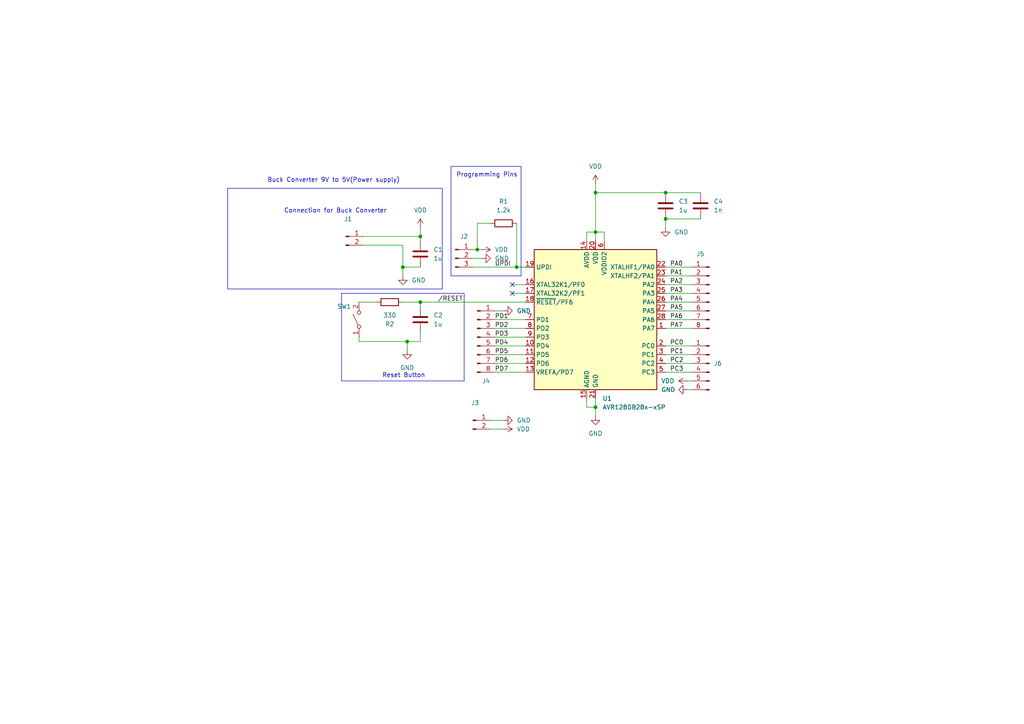
<source format=kicad_sch>
(kicad_sch
	(version 20231120)
	(generator "eeschema")
	(generator_version "8.0")
	(uuid "4431291c-1dfc-4c95-b2b4-64de49367251")
	(paper "A4")
	(lib_symbols
		(symbol "Connector:Conn_01x02_Male"
			(pin_names
				(offset 1.016) hide)
			(exclude_from_sim no)
			(in_bom yes)
			(on_board yes)
			(property "Reference" "J"
				(at 0 2.54 0)
				(effects
					(font
						(size 1.27 1.27)
					)
				)
			)
			(property "Value" "Conn_01x02_Male"
				(at 0 -5.08 0)
				(effects
					(font
						(size 1.27 1.27)
					)
				)
			)
			(property "Footprint" ""
				(at 0 0 0)
				(effects
					(font
						(size 1.27 1.27)
					)
					(hide yes)
				)
			)
			(property "Datasheet" "~"
				(at 0 0 0)
				(effects
					(font
						(size 1.27 1.27)
					)
					(hide yes)
				)
			)
			(property "Description" "Generic connector, single row, 01x02, script generated (kicad-library-utils/schlib/autogen/connector/)"
				(at 0 0 0)
				(effects
					(font
						(size 1.27 1.27)
					)
					(hide yes)
				)
			)
			(property "ki_keywords" "connector"
				(at 0 0 0)
				(effects
					(font
						(size 1.27 1.27)
					)
					(hide yes)
				)
			)
			(property "ki_fp_filters" "Connector*:*_1x??_*"
				(at 0 0 0)
				(effects
					(font
						(size 1.27 1.27)
					)
					(hide yes)
				)
			)
			(symbol "Conn_01x02_Male_1_1"
				(polyline
					(pts
						(xy 1.27 -2.54) (xy 0.8636 -2.54)
					)
					(stroke
						(width 0.1524)
						(type default)
					)
					(fill
						(type none)
					)
				)
				(polyline
					(pts
						(xy 1.27 0) (xy 0.8636 0)
					)
					(stroke
						(width 0.1524)
						(type default)
					)
					(fill
						(type none)
					)
				)
				(rectangle
					(start 0.8636 -2.413)
					(end 0 -2.667)
					(stroke
						(width 0.1524)
						(type default)
					)
					(fill
						(type outline)
					)
				)
				(rectangle
					(start 0.8636 0.127)
					(end 0 -0.127)
					(stroke
						(width 0.1524)
						(type default)
					)
					(fill
						(type outline)
					)
				)
				(pin passive line
					(at 5.08 0 180)
					(length 3.81)
					(name "Pin_1"
						(effects
							(font
								(size 1.27 1.27)
							)
						)
					)
					(number "1"
						(effects
							(font
								(size 1.27 1.27)
							)
						)
					)
				)
				(pin passive line
					(at 5.08 -2.54 180)
					(length 3.81)
					(name "Pin_2"
						(effects
							(font
								(size 1.27 1.27)
							)
						)
					)
					(number "2"
						(effects
							(font
								(size 1.27 1.27)
							)
						)
					)
				)
			)
		)
		(symbol "Connector:Conn_01x02_Pin"
			(pin_names
				(offset 1.016) hide)
			(exclude_from_sim no)
			(in_bom yes)
			(on_board yes)
			(property "Reference" "J"
				(at 0 2.54 0)
				(effects
					(font
						(size 1.27 1.27)
					)
				)
			)
			(property "Value" "Conn_01x02_Pin"
				(at 0 -5.08 0)
				(effects
					(font
						(size 1.27 1.27)
					)
				)
			)
			(property "Footprint" ""
				(at 0 0 0)
				(effects
					(font
						(size 1.27 1.27)
					)
					(hide yes)
				)
			)
			(property "Datasheet" "~"
				(at 0 0 0)
				(effects
					(font
						(size 1.27 1.27)
					)
					(hide yes)
				)
			)
			(property "Description" "Generic connector, single row, 01x02, script generated"
				(at 0 0 0)
				(effects
					(font
						(size 1.27 1.27)
					)
					(hide yes)
				)
			)
			(property "ki_locked" ""
				(at 0 0 0)
				(effects
					(font
						(size 1.27 1.27)
					)
				)
			)
			(property "ki_keywords" "connector"
				(at 0 0 0)
				(effects
					(font
						(size 1.27 1.27)
					)
					(hide yes)
				)
			)
			(property "ki_fp_filters" "Connector*:*_1x??_*"
				(at 0 0 0)
				(effects
					(font
						(size 1.27 1.27)
					)
					(hide yes)
				)
			)
			(symbol "Conn_01x02_Pin_1_1"
				(polyline
					(pts
						(xy 1.27 -2.54) (xy 0.8636 -2.54)
					)
					(stroke
						(width 0.1524)
						(type default)
					)
					(fill
						(type none)
					)
				)
				(polyline
					(pts
						(xy 1.27 0) (xy 0.8636 0)
					)
					(stroke
						(width 0.1524)
						(type default)
					)
					(fill
						(type none)
					)
				)
				(rectangle
					(start 0.8636 -2.413)
					(end 0 -2.667)
					(stroke
						(width 0.1524)
						(type default)
					)
					(fill
						(type outline)
					)
				)
				(rectangle
					(start 0.8636 0.127)
					(end 0 -0.127)
					(stroke
						(width 0.1524)
						(type default)
					)
					(fill
						(type outline)
					)
				)
				(pin passive line
					(at 5.08 0 180)
					(length 3.81)
					(name "Pin_1"
						(effects
							(font
								(size 1.27 1.27)
							)
						)
					)
					(number "1"
						(effects
							(font
								(size 1.27 1.27)
							)
						)
					)
				)
				(pin passive line
					(at 5.08 -2.54 180)
					(length 3.81)
					(name "Pin_2"
						(effects
							(font
								(size 1.27 1.27)
							)
						)
					)
					(number "2"
						(effects
							(font
								(size 1.27 1.27)
							)
						)
					)
				)
			)
		)
		(symbol "Connector:Conn_01x03_Male"
			(pin_names
				(offset 1.016) hide)
			(exclude_from_sim no)
			(in_bom yes)
			(on_board yes)
			(property "Reference" "J"
				(at 0 5.08 0)
				(effects
					(font
						(size 1.27 1.27)
					)
				)
			)
			(property "Value" "Conn_01x03_Male"
				(at 0 -5.08 0)
				(effects
					(font
						(size 1.27 1.27)
					)
				)
			)
			(property "Footprint" ""
				(at 0 0 0)
				(effects
					(font
						(size 1.27 1.27)
					)
					(hide yes)
				)
			)
			(property "Datasheet" "~"
				(at 0 0 0)
				(effects
					(font
						(size 1.27 1.27)
					)
					(hide yes)
				)
			)
			(property "Description" "Generic connector, single row, 01x03, script generated (kicad-library-utils/schlib/autogen/connector/)"
				(at 0 0 0)
				(effects
					(font
						(size 1.27 1.27)
					)
					(hide yes)
				)
			)
			(property "ki_keywords" "connector"
				(at 0 0 0)
				(effects
					(font
						(size 1.27 1.27)
					)
					(hide yes)
				)
			)
			(property "ki_fp_filters" "Connector*:*_1x??_*"
				(at 0 0 0)
				(effects
					(font
						(size 1.27 1.27)
					)
					(hide yes)
				)
			)
			(symbol "Conn_01x03_Male_1_1"
				(polyline
					(pts
						(xy 1.27 -2.54) (xy 0.8636 -2.54)
					)
					(stroke
						(width 0.1524)
						(type default)
					)
					(fill
						(type none)
					)
				)
				(polyline
					(pts
						(xy 1.27 0) (xy 0.8636 0)
					)
					(stroke
						(width 0.1524)
						(type default)
					)
					(fill
						(type none)
					)
				)
				(polyline
					(pts
						(xy 1.27 2.54) (xy 0.8636 2.54)
					)
					(stroke
						(width 0.1524)
						(type default)
					)
					(fill
						(type none)
					)
				)
				(rectangle
					(start 0.8636 -2.413)
					(end 0 -2.667)
					(stroke
						(width 0.1524)
						(type default)
					)
					(fill
						(type outline)
					)
				)
				(rectangle
					(start 0.8636 0.127)
					(end 0 -0.127)
					(stroke
						(width 0.1524)
						(type default)
					)
					(fill
						(type outline)
					)
				)
				(rectangle
					(start 0.8636 2.667)
					(end 0 2.413)
					(stroke
						(width 0.1524)
						(type default)
					)
					(fill
						(type outline)
					)
				)
				(pin passive line
					(at 5.08 2.54 180)
					(length 3.81)
					(name "Pin_1"
						(effects
							(font
								(size 1.27 1.27)
							)
						)
					)
					(number "1"
						(effects
							(font
								(size 1.27 1.27)
							)
						)
					)
				)
				(pin passive line
					(at 5.08 0 180)
					(length 3.81)
					(name "Pin_2"
						(effects
							(font
								(size 1.27 1.27)
							)
						)
					)
					(number "2"
						(effects
							(font
								(size 1.27 1.27)
							)
						)
					)
				)
				(pin passive line
					(at 5.08 -2.54 180)
					(length 3.81)
					(name "Pin_3"
						(effects
							(font
								(size 1.27 1.27)
							)
						)
					)
					(number "3"
						(effects
							(font
								(size 1.27 1.27)
							)
						)
					)
				)
			)
		)
		(symbol "Connector:Conn_01x06_Male"
			(pin_names
				(offset 1.016) hide)
			(exclude_from_sim no)
			(in_bom yes)
			(on_board yes)
			(property "Reference" "J"
				(at 0 7.62 0)
				(effects
					(font
						(size 1.27 1.27)
					)
				)
			)
			(property "Value" "Conn_01x06_Male"
				(at 0 -10.16 0)
				(effects
					(font
						(size 1.27 1.27)
					)
				)
			)
			(property "Footprint" ""
				(at 0 0 0)
				(effects
					(font
						(size 1.27 1.27)
					)
					(hide yes)
				)
			)
			(property "Datasheet" "~"
				(at 0 0 0)
				(effects
					(font
						(size 1.27 1.27)
					)
					(hide yes)
				)
			)
			(property "Description" "Generic connector, single row, 01x06, script generated (kicad-library-utils/schlib/autogen/connector/)"
				(at 0 0 0)
				(effects
					(font
						(size 1.27 1.27)
					)
					(hide yes)
				)
			)
			(property "ki_keywords" "connector"
				(at 0 0 0)
				(effects
					(font
						(size 1.27 1.27)
					)
					(hide yes)
				)
			)
			(property "ki_fp_filters" "Connector*:*_1x??_*"
				(at 0 0 0)
				(effects
					(font
						(size 1.27 1.27)
					)
					(hide yes)
				)
			)
			(symbol "Conn_01x06_Male_1_1"
				(polyline
					(pts
						(xy 1.27 -7.62) (xy 0.8636 -7.62)
					)
					(stroke
						(width 0.1524)
						(type default)
					)
					(fill
						(type none)
					)
				)
				(polyline
					(pts
						(xy 1.27 -5.08) (xy 0.8636 -5.08)
					)
					(stroke
						(width 0.1524)
						(type default)
					)
					(fill
						(type none)
					)
				)
				(polyline
					(pts
						(xy 1.27 -2.54) (xy 0.8636 -2.54)
					)
					(stroke
						(width 0.1524)
						(type default)
					)
					(fill
						(type none)
					)
				)
				(polyline
					(pts
						(xy 1.27 0) (xy 0.8636 0)
					)
					(stroke
						(width 0.1524)
						(type default)
					)
					(fill
						(type none)
					)
				)
				(polyline
					(pts
						(xy 1.27 2.54) (xy 0.8636 2.54)
					)
					(stroke
						(width 0.1524)
						(type default)
					)
					(fill
						(type none)
					)
				)
				(polyline
					(pts
						(xy 1.27 5.08) (xy 0.8636 5.08)
					)
					(stroke
						(width 0.1524)
						(type default)
					)
					(fill
						(type none)
					)
				)
				(rectangle
					(start 0.8636 -7.493)
					(end 0 -7.747)
					(stroke
						(width 0.1524)
						(type default)
					)
					(fill
						(type outline)
					)
				)
				(rectangle
					(start 0.8636 -4.953)
					(end 0 -5.207)
					(stroke
						(width 0.1524)
						(type default)
					)
					(fill
						(type outline)
					)
				)
				(rectangle
					(start 0.8636 -2.413)
					(end 0 -2.667)
					(stroke
						(width 0.1524)
						(type default)
					)
					(fill
						(type outline)
					)
				)
				(rectangle
					(start 0.8636 0.127)
					(end 0 -0.127)
					(stroke
						(width 0.1524)
						(type default)
					)
					(fill
						(type outline)
					)
				)
				(rectangle
					(start 0.8636 2.667)
					(end 0 2.413)
					(stroke
						(width 0.1524)
						(type default)
					)
					(fill
						(type outline)
					)
				)
				(rectangle
					(start 0.8636 5.207)
					(end 0 4.953)
					(stroke
						(width 0.1524)
						(type default)
					)
					(fill
						(type outline)
					)
				)
				(pin passive line
					(at 5.08 5.08 180)
					(length 3.81)
					(name "Pin_1"
						(effects
							(font
								(size 1.27 1.27)
							)
						)
					)
					(number "1"
						(effects
							(font
								(size 1.27 1.27)
							)
						)
					)
				)
				(pin passive line
					(at 5.08 2.54 180)
					(length 3.81)
					(name "Pin_2"
						(effects
							(font
								(size 1.27 1.27)
							)
						)
					)
					(number "2"
						(effects
							(font
								(size 1.27 1.27)
							)
						)
					)
				)
				(pin passive line
					(at 5.08 0 180)
					(length 3.81)
					(name "Pin_3"
						(effects
							(font
								(size 1.27 1.27)
							)
						)
					)
					(number "3"
						(effects
							(font
								(size 1.27 1.27)
							)
						)
					)
				)
				(pin passive line
					(at 5.08 -2.54 180)
					(length 3.81)
					(name "Pin_4"
						(effects
							(font
								(size 1.27 1.27)
							)
						)
					)
					(number "4"
						(effects
							(font
								(size 1.27 1.27)
							)
						)
					)
				)
				(pin passive line
					(at 5.08 -5.08 180)
					(length 3.81)
					(name "Pin_5"
						(effects
							(font
								(size 1.27 1.27)
							)
						)
					)
					(number "5"
						(effects
							(font
								(size 1.27 1.27)
							)
						)
					)
				)
				(pin passive line
					(at 5.08 -7.62 180)
					(length 3.81)
					(name "Pin_6"
						(effects
							(font
								(size 1.27 1.27)
							)
						)
					)
					(number "6"
						(effects
							(font
								(size 1.27 1.27)
							)
						)
					)
				)
			)
		)
		(symbol "Connector:Conn_01x08_Male"
			(pin_names
				(offset 1.016) hide)
			(exclude_from_sim no)
			(in_bom yes)
			(on_board yes)
			(property "Reference" "J"
				(at 0 10.16 0)
				(effects
					(font
						(size 1.27 1.27)
					)
				)
			)
			(property "Value" "Conn_01x08_Male"
				(at 0 -12.7 0)
				(effects
					(font
						(size 1.27 1.27)
					)
				)
			)
			(property "Footprint" ""
				(at 0 0 0)
				(effects
					(font
						(size 1.27 1.27)
					)
					(hide yes)
				)
			)
			(property "Datasheet" "~"
				(at 0 0 0)
				(effects
					(font
						(size 1.27 1.27)
					)
					(hide yes)
				)
			)
			(property "Description" "Generic connector, single row, 01x08, script generated (kicad-library-utils/schlib/autogen/connector/)"
				(at 0 0 0)
				(effects
					(font
						(size 1.27 1.27)
					)
					(hide yes)
				)
			)
			(property "ki_keywords" "connector"
				(at 0 0 0)
				(effects
					(font
						(size 1.27 1.27)
					)
					(hide yes)
				)
			)
			(property "ki_fp_filters" "Connector*:*_1x??_*"
				(at 0 0 0)
				(effects
					(font
						(size 1.27 1.27)
					)
					(hide yes)
				)
			)
			(symbol "Conn_01x08_Male_1_1"
				(polyline
					(pts
						(xy 1.27 -10.16) (xy 0.8636 -10.16)
					)
					(stroke
						(width 0.1524)
						(type default)
					)
					(fill
						(type none)
					)
				)
				(polyline
					(pts
						(xy 1.27 -7.62) (xy 0.8636 -7.62)
					)
					(stroke
						(width 0.1524)
						(type default)
					)
					(fill
						(type none)
					)
				)
				(polyline
					(pts
						(xy 1.27 -5.08) (xy 0.8636 -5.08)
					)
					(stroke
						(width 0.1524)
						(type default)
					)
					(fill
						(type none)
					)
				)
				(polyline
					(pts
						(xy 1.27 -2.54) (xy 0.8636 -2.54)
					)
					(stroke
						(width 0.1524)
						(type default)
					)
					(fill
						(type none)
					)
				)
				(polyline
					(pts
						(xy 1.27 0) (xy 0.8636 0)
					)
					(stroke
						(width 0.1524)
						(type default)
					)
					(fill
						(type none)
					)
				)
				(polyline
					(pts
						(xy 1.27 2.54) (xy 0.8636 2.54)
					)
					(stroke
						(width 0.1524)
						(type default)
					)
					(fill
						(type none)
					)
				)
				(polyline
					(pts
						(xy 1.27 5.08) (xy 0.8636 5.08)
					)
					(stroke
						(width 0.1524)
						(type default)
					)
					(fill
						(type none)
					)
				)
				(polyline
					(pts
						(xy 1.27 7.62) (xy 0.8636 7.62)
					)
					(stroke
						(width 0.1524)
						(type default)
					)
					(fill
						(type none)
					)
				)
				(rectangle
					(start 0.8636 -10.033)
					(end 0 -10.287)
					(stroke
						(width 0.1524)
						(type default)
					)
					(fill
						(type outline)
					)
				)
				(rectangle
					(start 0.8636 -7.493)
					(end 0 -7.747)
					(stroke
						(width 0.1524)
						(type default)
					)
					(fill
						(type outline)
					)
				)
				(rectangle
					(start 0.8636 -4.953)
					(end 0 -5.207)
					(stroke
						(width 0.1524)
						(type default)
					)
					(fill
						(type outline)
					)
				)
				(rectangle
					(start 0.8636 -2.413)
					(end 0 -2.667)
					(stroke
						(width 0.1524)
						(type default)
					)
					(fill
						(type outline)
					)
				)
				(rectangle
					(start 0.8636 0.127)
					(end 0 -0.127)
					(stroke
						(width 0.1524)
						(type default)
					)
					(fill
						(type outline)
					)
				)
				(rectangle
					(start 0.8636 2.667)
					(end 0 2.413)
					(stroke
						(width 0.1524)
						(type default)
					)
					(fill
						(type outline)
					)
				)
				(rectangle
					(start 0.8636 5.207)
					(end 0 4.953)
					(stroke
						(width 0.1524)
						(type default)
					)
					(fill
						(type outline)
					)
				)
				(rectangle
					(start 0.8636 7.747)
					(end 0 7.493)
					(stroke
						(width 0.1524)
						(type default)
					)
					(fill
						(type outline)
					)
				)
				(pin passive line
					(at 5.08 7.62 180)
					(length 3.81)
					(name "Pin_1"
						(effects
							(font
								(size 1.27 1.27)
							)
						)
					)
					(number "1"
						(effects
							(font
								(size 1.27 1.27)
							)
						)
					)
				)
				(pin passive line
					(at 5.08 5.08 180)
					(length 3.81)
					(name "Pin_2"
						(effects
							(font
								(size 1.27 1.27)
							)
						)
					)
					(number "2"
						(effects
							(font
								(size 1.27 1.27)
							)
						)
					)
				)
				(pin passive line
					(at 5.08 2.54 180)
					(length 3.81)
					(name "Pin_3"
						(effects
							(font
								(size 1.27 1.27)
							)
						)
					)
					(number "3"
						(effects
							(font
								(size 1.27 1.27)
							)
						)
					)
				)
				(pin passive line
					(at 5.08 0 180)
					(length 3.81)
					(name "Pin_4"
						(effects
							(font
								(size 1.27 1.27)
							)
						)
					)
					(number "4"
						(effects
							(font
								(size 1.27 1.27)
							)
						)
					)
				)
				(pin passive line
					(at 5.08 -2.54 180)
					(length 3.81)
					(name "Pin_5"
						(effects
							(font
								(size 1.27 1.27)
							)
						)
					)
					(number "5"
						(effects
							(font
								(size 1.27 1.27)
							)
						)
					)
				)
				(pin passive line
					(at 5.08 -5.08 180)
					(length 3.81)
					(name "Pin_6"
						(effects
							(font
								(size 1.27 1.27)
							)
						)
					)
					(number "6"
						(effects
							(font
								(size 1.27 1.27)
							)
						)
					)
				)
				(pin passive line
					(at 5.08 -7.62 180)
					(length 3.81)
					(name "Pin_7"
						(effects
							(font
								(size 1.27 1.27)
							)
						)
					)
					(number "7"
						(effects
							(font
								(size 1.27 1.27)
							)
						)
					)
				)
				(pin passive line
					(at 5.08 -10.16 180)
					(length 3.81)
					(name "Pin_8"
						(effects
							(font
								(size 1.27 1.27)
							)
						)
					)
					(number "8"
						(effects
							(font
								(size 1.27 1.27)
							)
						)
					)
				)
			)
		)
		(symbol "Device:C"
			(pin_numbers hide)
			(pin_names
				(offset 0.254)
			)
			(exclude_from_sim no)
			(in_bom yes)
			(on_board yes)
			(property "Reference" "C"
				(at 0.635 2.54 0)
				(effects
					(font
						(size 1.27 1.27)
					)
					(justify left)
				)
			)
			(property "Value" "C"
				(at 0.635 -2.54 0)
				(effects
					(font
						(size 1.27 1.27)
					)
					(justify left)
				)
			)
			(property "Footprint" ""
				(at 0.9652 -3.81 0)
				(effects
					(font
						(size 1.27 1.27)
					)
					(hide yes)
				)
			)
			(property "Datasheet" "~"
				(at 0 0 0)
				(effects
					(font
						(size 1.27 1.27)
					)
					(hide yes)
				)
			)
			(property "Description" "Unpolarized capacitor"
				(at 0 0 0)
				(effects
					(font
						(size 1.27 1.27)
					)
					(hide yes)
				)
			)
			(property "ki_keywords" "cap capacitor"
				(at 0 0 0)
				(effects
					(font
						(size 1.27 1.27)
					)
					(hide yes)
				)
			)
			(property "ki_fp_filters" "C_*"
				(at 0 0 0)
				(effects
					(font
						(size 1.27 1.27)
					)
					(hide yes)
				)
			)
			(symbol "C_0_1"
				(polyline
					(pts
						(xy -2.032 -0.762) (xy 2.032 -0.762)
					)
					(stroke
						(width 0.508)
						(type default)
					)
					(fill
						(type none)
					)
				)
				(polyline
					(pts
						(xy -2.032 0.762) (xy 2.032 0.762)
					)
					(stroke
						(width 0.508)
						(type default)
					)
					(fill
						(type none)
					)
				)
			)
			(symbol "C_1_1"
				(pin passive line
					(at 0 3.81 270)
					(length 2.794)
					(name "~"
						(effects
							(font
								(size 1.27 1.27)
							)
						)
					)
					(number "1"
						(effects
							(font
								(size 1.27 1.27)
							)
						)
					)
				)
				(pin passive line
					(at 0 -3.81 90)
					(length 2.794)
					(name "~"
						(effects
							(font
								(size 1.27 1.27)
							)
						)
					)
					(number "2"
						(effects
							(font
								(size 1.27 1.27)
							)
						)
					)
				)
			)
		)
		(symbol "Device:R"
			(pin_numbers hide)
			(pin_names
				(offset 0)
			)
			(exclude_from_sim no)
			(in_bom yes)
			(on_board yes)
			(property "Reference" "R"
				(at 2.032 0 90)
				(effects
					(font
						(size 1.27 1.27)
					)
				)
			)
			(property "Value" "R"
				(at 0 0 90)
				(effects
					(font
						(size 1.27 1.27)
					)
				)
			)
			(property "Footprint" ""
				(at -1.778 0 90)
				(effects
					(font
						(size 1.27 1.27)
					)
					(hide yes)
				)
			)
			(property "Datasheet" "~"
				(at 0 0 0)
				(effects
					(font
						(size 1.27 1.27)
					)
					(hide yes)
				)
			)
			(property "Description" "Resistor"
				(at 0 0 0)
				(effects
					(font
						(size 1.27 1.27)
					)
					(hide yes)
				)
			)
			(property "ki_keywords" "R res resistor"
				(at 0 0 0)
				(effects
					(font
						(size 1.27 1.27)
					)
					(hide yes)
				)
			)
			(property "ki_fp_filters" "R_*"
				(at 0 0 0)
				(effects
					(font
						(size 1.27 1.27)
					)
					(hide yes)
				)
			)
			(symbol "R_0_1"
				(rectangle
					(start -1.016 -2.54)
					(end 1.016 2.54)
					(stroke
						(width 0.254)
						(type default)
					)
					(fill
						(type none)
					)
				)
			)
			(symbol "R_1_1"
				(pin passive line
					(at 0 3.81 270)
					(length 1.27)
					(name "~"
						(effects
							(font
								(size 1.27 1.27)
							)
						)
					)
					(number "1"
						(effects
							(font
								(size 1.27 1.27)
							)
						)
					)
				)
				(pin passive line
					(at 0 -3.81 90)
					(length 1.27)
					(name "~"
						(effects
							(font
								(size 1.27 1.27)
							)
						)
					)
					(number "2"
						(effects
							(font
								(size 1.27 1.27)
							)
						)
					)
				)
			)
		)
		(symbol "MCU_Microchip_AVR_Dx:AVR128DB28x-xSP"
			(exclude_from_sim no)
			(in_bom yes)
			(on_board yes)
			(property "Reference" "U"
				(at -17.78 21.59 0)
				(effects
					(font
						(size 1.27 1.27)
					)
					(justify left bottom)
				)
			)
			(property "Value" "AVR128DB28x-xSP"
				(at 2.54 -21.59 0)
				(effects
					(font
						(size 1.27 1.27)
					)
					(justify left top)
				)
			)
			(property "Footprint" "Package_DIP:DIP-28_W7.62mm"
				(at 0 0 0)
				(effects
					(font
						(size 1.27 1.27)
						(italic yes)
					)
					(hide yes)
				)
			)
			(property "Datasheet" "https://ww1.microchip.com/downloads/en/DeviceDoc/AVR128DB28-32-48-64-DataSheet-DS40002247A.pdf"
				(at 0 0 0)
				(effects
					(font
						(size 1.27 1.27)
					)
					(hide yes)
				)
			)
			(property "Description" "24MHz, 128kB Flash, 16kB SRAM, EEPROM with Op Amps and Multi-Voltage I/O, SPDIP-28"
				(at 0 0 0)
				(effects
					(font
						(size 1.27 1.27)
					)
					(hide yes)
				)
			)
			(property "ki_keywords" "AVR 8bit Microcontroller AVR-DB"
				(at 0 0 0)
				(effects
					(font
						(size 1.27 1.27)
					)
					(hide yes)
				)
			)
			(property "ki_fp_filters" "DIP*W7.62mm*"
				(at 0 0 0)
				(effects
					(font
						(size 1.27 1.27)
					)
					(hide yes)
				)
			)
			(symbol "AVR128DB28x-xSP_0_1"
				(rectangle
					(start -17.78 20.32)
					(end 17.78 -20.32)
					(stroke
						(width 0.254)
						(type default)
					)
					(fill
						(type background)
					)
				)
			)
			(symbol "AVR128DB28x-xSP_1_1"
				(pin bidirectional line
					(at 20.32 -2.54 180)
					(length 2.54)
					(name "PA7"
						(effects
							(font
								(size 1.27 1.27)
							)
						)
					)
					(number "1"
						(effects
							(font
								(size 1.27 1.27)
							)
						)
					)
				)
				(pin bidirectional line
					(at -20.32 -7.62 0)
					(length 2.54)
					(name "PD4"
						(effects
							(font
								(size 1.27 1.27)
							)
						)
					)
					(number "10"
						(effects
							(font
								(size 1.27 1.27)
							)
						)
					)
				)
				(pin bidirectional line
					(at -20.32 -10.16 0)
					(length 2.54)
					(name "PD5"
						(effects
							(font
								(size 1.27 1.27)
							)
						)
					)
					(number "11"
						(effects
							(font
								(size 1.27 1.27)
							)
						)
					)
				)
				(pin bidirectional line
					(at -20.32 -12.7 0)
					(length 2.54)
					(name "PD6"
						(effects
							(font
								(size 1.27 1.27)
							)
						)
					)
					(number "12"
						(effects
							(font
								(size 1.27 1.27)
							)
						)
					)
				)
				(pin bidirectional line
					(at -20.32 -15.24 0)
					(length 2.54)
					(name "VREFA/PD7"
						(effects
							(font
								(size 1.27 1.27)
							)
						)
					)
					(number "13"
						(effects
							(font
								(size 1.27 1.27)
							)
						)
					)
				)
				(pin power_in line
					(at -2.54 22.86 270)
					(length 2.54)
					(name "AVDD"
						(effects
							(font
								(size 1.27 1.27)
							)
						)
					)
					(number "14"
						(effects
							(font
								(size 1.27 1.27)
							)
						)
					)
				)
				(pin power_in line
					(at -2.54 -22.86 90)
					(length 2.54)
					(name "AGND"
						(effects
							(font
								(size 1.27 1.27)
							)
						)
					)
					(number "15"
						(effects
							(font
								(size 1.27 1.27)
							)
						)
					)
				)
				(pin bidirectional line
					(at -20.32 10.16 0)
					(length 2.54)
					(name "XTAL32K1/PF0"
						(effects
							(font
								(size 1.27 1.27)
							)
						)
					)
					(number "16"
						(effects
							(font
								(size 1.27 1.27)
							)
						)
					)
				)
				(pin bidirectional line
					(at -20.32 7.62 0)
					(length 2.54)
					(name "XTAL32K2/PF1"
						(effects
							(font
								(size 1.27 1.27)
							)
						)
					)
					(number "17"
						(effects
							(font
								(size 1.27 1.27)
							)
						)
					)
				)
				(pin bidirectional line
					(at -20.32 5.08 0)
					(length 2.54)
					(name "~{RESET}/PF6"
						(effects
							(font
								(size 1.27 1.27)
							)
						)
					)
					(number "18"
						(effects
							(font
								(size 1.27 1.27)
							)
						)
					)
				)
				(pin input line
					(at -20.32 15.24 0)
					(length 2.54)
					(name "UPDI"
						(effects
							(font
								(size 1.27 1.27)
							)
						)
					)
					(number "19"
						(effects
							(font
								(size 1.27 1.27)
							)
						)
					)
				)
				(pin bidirectional line
					(at 20.32 -7.62 180)
					(length 2.54)
					(name "PC0"
						(effects
							(font
								(size 1.27 1.27)
							)
						)
					)
					(number "2"
						(effects
							(font
								(size 1.27 1.27)
							)
						)
					)
				)
				(pin power_in line
					(at 0 22.86 270)
					(length 2.54)
					(name "VDD"
						(effects
							(font
								(size 1.27 1.27)
							)
						)
					)
					(number "20"
						(effects
							(font
								(size 1.27 1.27)
							)
						)
					)
				)
				(pin power_in line
					(at 0 -22.86 90)
					(length 2.54)
					(name "GND"
						(effects
							(font
								(size 1.27 1.27)
							)
						)
					)
					(number "21"
						(effects
							(font
								(size 1.27 1.27)
							)
						)
					)
				)
				(pin bidirectional line
					(at 20.32 15.24 180)
					(length 2.54)
					(name "XTALHF1/PA0"
						(effects
							(font
								(size 1.27 1.27)
							)
						)
					)
					(number "22"
						(effects
							(font
								(size 1.27 1.27)
							)
						)
					)
				)
				(pin bidirectional line
					(at 20.32 12.7 180)
					(length 2.54)
					(name "XTALHF2/PA1"
						(effects
							(font
								(size 1.27 1.27)
							)
						)
					)
					(number "23"
						(effects
							(font
								(size 1.27 1.27)
							)
						)
					)
				)
				(pin bidirectional line
					(at 20.32 10.16 180)
					(length 2.54)
					(name "PA2"
						(effects
							(font
								(size 1.27 1.27)
							)
						)
					)
					(number "24"
						(effects
							(font
								(size 1.27 1.27)
							)
						)
					)
				)
				(pin bidirectional line
					(at 20.32 7.62 180)
					(length 2.54)
					(name "PA3"
						(effects
							(font
								(size 1.27 1.27)
							)
						)
					)
					(number "25"
						(effects
							(font
								(size 1.27 1.27)
							)
						)
					)
				)
				(pin bidirectional line
					(at 20.32 5.08 180)
					(length 2.54)
					(name "PA4"
						(effects
							(font
								(size 1.27 1.27)
							)
						)
					)
					(number "26"
						(effects
							(font
								(size 1.27 1.27)
							)
						)
					)
				)
				(pin bidirectional line
					(at 20.32 2.54 180)
					(length 2.54)
					(name "PA5"
						(effects
							(font
								(size 1.27 1.27)
							)
						)
					)
					(number "27"
						(effects
							(font
								(size 1.27 1.27)
							)
						)
					)
				)
				(pin bidirectional line
					(at 20.32 0 180)
					(length 2.54)
					(name "PA6"
						(effects
							(font
								(size 1.27 1.27)
							)
						)
					)
					(number "28"
						(effects
							(font
								(size 1.27 1.27)
							)
						)
					)
				)
				(pin bidirectional line
					(at 20.32 -10.16 180)
					(length 2.54)
					(name "PC1"
						(effects
							(font
								(size 1.27 1.27)
							)
						)
					)
					(number "3"
						(effects
							(font
								(size 1.27 1.27)
							)
						)
					)
				)
				(pin bidirectional line
					(at 20.32 -12.7 180)
					(length 2.54)
					(name "PC2"
						(effects
							(font
								(size 1.27 1.27)
							)
						)
					)
					(number "4"
						(effects
							(font
								(size 1.27 1.27)
							)
						)
					)
				)
				(pin bidirectional line
					(at 20.32 -15.24 180)
					(length 2.54)
					(name "PC3"
						(effects
							(font
								(size 1.27 1.27)
							)
						)
					)
					(number "5"
						(effects
							(font
								(size 1.27 1.27)
							)
						)
					)
				)
				(pin power_in line
					(at 2.54 22.86 270)
					(length 2.54)
					(name "VDDIO2"
						(effects
							(font
								(size 1.27 1.27)
							)
						)
					)
					(number "6"
						(effects
							(font
								(size 1.27 1.27)
							)
						)
					)
				)
				(pin bidirectional line
					(at -20.32 0 0)
					(length 2.54)
					(name "PD1"
						(effects
							(font
								(size 1.27 1.27)
							)
						)
					)
					(number "7"
						(effects
							(font
								(size 1.27 1.27)
							)
						)
					)
				)
				(pin bidirectional line
					(at -20.32 -2.54 0)
					(length 2.54)
					(name "PD2"
						(effects
							(font
								(size 1.27 1.27)
							)
						)
					)
					(number "8"
						(effects
							(font
								(size 1.27 1.27)
							)
						)
					)
				)
				(pin bidirectional line
					(at -20.32 -5.08 0)
					(length 2.54)
					(name "PD3"
						(effects
							(font
								(size 1.27 1.27)
							)
						)
					)
					(number "9"
						(effects
							(font
								(size 1.27 1.27)
							)
						)
					)
				)
			)
		)
		(symbol "Switch:SW_SPST"
			(pin_names
				(offset 0) hide)
			(exclude_from_sim no)
			(in_bom yes)
			(on_board yes)
			(property "Reference" "SW"
				(at 0 3.175 0)
				(effects
					(font
						(size 1.27 1.27)
					)
				)
			)
			(property "Value" "SW_SPST"
				(at 0 -2.54 0)
				(effects
					(font
						(size 1.27 1.27)
					)
				)
			)
			(property "Footprint" ""
				(at 0 0 0)
				(effects
					(font
						(size 1.27 1.27)
					)
					(hide yes)
				)
			)
			(property "Datasheet" "~"
				(at 0 0 0)
				(effects
					(font
						(size 1.27 1.27)
					)
					(hide yes)
				)
			)
			(property "Description" "Single Pole Single Throw (SPST) switch"
				(at 0 0 0)
				(effects
					(font
						(size 1.27 1.27)
					)
					(hide yes)
				)
			)
			(property "ki_keywords" "switch lever"
				(at 0 0 0)
				(effects
					(font
						(size 1.27 1.27)
					)
					(hide yes)
				)
			)
			(symbol "SW_SPST_0_0"
				(circle
					(center -2.032 0)
					(radius 0.508)
					(stroke
						(width 0)
						(type default)
					)
					(fill
						(type none)
					)
				)
				(polyline
					(pts
						(xy -1.524 0.254) (xy 1.524 1.778)
					)
					(stroke
						(width 0)
						(type default)
					)
					(fill
						(type none)
					)
				)
				(circle
					(center 2.032 0)
					(radius 0.508)
					(stroke
						(width 0)
						(type default)
					)
					(fill
						(type none)
					)
				)
			)
			(symbol "SW_SPST_1_1"
				(pin passive line
					(at -5.08 0 0)
					(length 2.54)
					(name "A"
						(effects
							(font
								(size 1.27 1.27)
							)
						)
					)
					(number "1"
						(effects
							(font
								(size 1.27 1.27)
							)
						)
					)
				)
				(pin passive line
					(at 5.08 0 180)
					(length 2.54)
					(name "B"
						(effects
							(font
								(size 1.27 1.27)
							)
						)
					)
					(number "2"
						(effects
							(font
								(size 1.27 1.27)
							)
						)
					)
				)
			)
		)
		(symbol "power:GND"
			(power)
			(pin_names
				(offset 0)
			)
			(exclude_from_sim no)
			(in_bom yes)
			(on_board yes)
			(property "Reference" "#PWR"
				(at 0 -6.35 0)
				(effects
					(font
						(size 1.27 1.27)
					)
					(hide yes)
				)
			)
			(property "Value" "GND"
				(at 0 -3.81 0)
				(effects
					(font
						(size 1.27 1.27)
					)
				)
			)
			(property "Footprint" ""
				(at 0 0 0)
				(effects
					(font
						(size 1.27 1.27)
					)
					(hide yes)
				)
			)
			(property "Datasheet" ""
				(at 0 0 0)
				(effects
					(font
						(size 1.27 1.27)
					)
					(hide yes)
				)
			)
			(property "Description" "Power symbol creates a global label with name \"GND\" , ground"
				(at 0 0 0)
				(effects
					(font
						(size 1.27 1.27)
					)
					(hide yes)
				)
			)
			(property "ki_keywords" "power-flag"
				(at 0 0 0)
				(effects
					(font
						(size 1.27 1.27)
					)
					(hide yes)
				)
			)
			(symbol "GND_0_1"
				(polyline
					(pts
						(xy 0 0) (xy 0 -1.27) (xy 1.27 -1.27) (xy 0 -2.54) (xy -1.27 -1.27) (xy 0 -1.27)
					)
					(stroke
						(width 0)
						(type default)
					)
					(fill
						(type none)
					)
				)
			)
			(symbol "GND_1_1"
				(pin power_in line
					(at 0 0 270)
					(length 0) hide
					(name "GND"
						(effects
							(font
								(size 1.27 1.27)
							)
						)
					)
					(number "1"
						(effects
							(font
								(size 1.27 1.27)
							)
						)
					)
				)
			)
		)
		(symbol "power:VDD"
			(power)
			(pin_names
				(offset 0)
			)
			(exclude_from_sim no)
			(in_bom yes)
			(on_board yes)
			(property "Reference" "#PWR"
				(at 0 -3.81 0)
				(effects
					(font
						(size 1.27 1.27)
					)
					(hide yes)
				)
			)
			(property "Value" "VDD"
				(at 0 3.81 0)
				(effects
					(font
						(size 1.27 1.27)
					)
				)
			)
			(property "Footprint" ""
				(at 0 0 0)
				(effects
					(font
						(size 1.27 1.27)
					)
					(hide yes)
				)
			)
			(property "Datasheet" ""
				(at 0 0 0)
				(effects
					(font
						(size 1.27 1.27)
					)
					(hide yes)
				)
			)
			(property "Description" "Power symbol creates a global label with name \"VDD\""
				(at 0 0 0)
				(effects
					(font
						(size 1.27 1.27)
					)
					(hide yes)
				)
			)
			(property "ki_keywords" "power-flag"
				(at 0 0 0)
				(effects
					(font
						(size 1.27 1.27)
					)
					(hide yes)
				)
			)
			(symbol "VDD_0_1"
				(polyline
					(pts
						(xy -0.762 1.27) (xy 0 2.54)
					)
					(stroke
						(width 0)
						(type default)
					)
					(fill
						(type none)
					)
				)
				(polyline
					(pts
						(xy 0 0) (xy 0 2.54)
					)
					(stroke
						(width 0)
						(type default)
					)
					(fill
						(type none)
					)
				)
				(polyline
					(pts
						(xy 0 2.54) (xy 0.762 1.27)
					)
					(stroke
						(width 0)
						(type default)
					)
					(fill
						(type none)
					)
				)
			)
			(symbol "VDD_1_1"
				(pin power_in line
					(at 0 0 90)
					(length 0) hide
					(name "VDD"
						(effects
							(font
								(size 1.27 1.27)
							)
						)
					)
					(number "1"
						(effects
							(font
								(size 1.27 1.27)
							)
						)
					)
				)
			)
		)
	)
	(junction
		(at 172.72 118.11)
		(diameter 0)
		(color 0 0 0 0)
		(uuid "058618b4-a191-4dad-9418-8439b1b79fab")
	)
	(junction
		(at 121.92 87.63)
		(diameter 0)
		(color 0 0 0 0)
		(uuid "5e10b0c2-8241-49de-969d-8801bae61be2")
	)
	(junction
		(at 149.86 77.47)
		(diameter 0)
		(color 0 0 0 0)
		(uuid "88e86a6f-f47b-45fd-bd76-77951b6c0c48")
	)
	(junction
		(at 138.43 72.39)
		(diameter 0)
		(color 0 0 0 0)
		(uuid "8be0367e-3075-4d86-9af3-8c34c023cebe")
	)
	(junction
		(at 193.04 55.88)
		(diameter 0)
		(color 0 0 0 0)
		(uuid "94294c32-6fde-4311-ab79-0f2c28af5d3a")
	)
	(junction
		(at 118.11 99.06)
		(diameter 0)
		(color 0 0 0 0)
		(uuid "977f9496-68c3-4b2a-8081-741f34c599db")
	)
	(junction
		(at 116.84 77.47)
		(diameter 0)
		(color 0 0 0 0)
		(uuid "97e10a67-1668-4519-8aa3-3849e3d9baf3")
	)
	(junction
		(at 172.72 67.31)
		(diameter 0)
		(color 0 0 0 0)
		(uuid "9827c0ee-dbed-47f9-b847-893994575e13")
	)
	(junction
		(at 121.92 68.58)
		(diameter 0)
		(color 0 0 0 0)
		(uuid "a0166230-7e30-4672-bab6-13abeaa3fa81")
	)
	(junction
		(at 172.72 55.88)
		(diameter 0)
		(color 0 0 0 0)
		(uuid "bcb36e89-21d2-4c64-a63b-486a0e27d59b")
	)
	(junction
		(at 193.04 63.5)
		(diameter 0)
		(color 0 0 0 0)
		(uuid "ddf455ff-53dc-45d0-85e5-767cd5a6e443")
	)
	(no_connect
		(at 148.59 82.55)
		(uuid "4369c0dd-d055-40ba-8d77-762faecfc386")
	)
	(no_connect
		(at 148.59 85.09)
		(uuid "75051767-e401-4e00-99ae-bcca66027e5e")
	)
	(wire
		(pts
			(xy 170.18 69.85) (xy 170.18 67.31)
		)
		(stroke
			(width 0)
			(type default)
		)
		(uuid "06ca9564-e356-46f5-b5b7-0051aa9a6e57")
	)
	(wire
		(pts
			(xy 142.24 124.46) (xy 146.05 124.46)
		)
		(stroke
			(width 0)
			(type default)
		)
		(uuid "10b7237d-e446-4932-9bd6-224b77362b52")
	)
	(wire
		(pts
			(xy 193.04 92.71) (xy 200.66 92.71)
		)
		(stroke
			(width 0)
			(type default)
		)
		(uuid "17bd70b9-f8b8-49fe-8681-bc88ada0868e")
	)
	(wire
		(pts
			(xy 143.51 105.41) (xy 152.4 105.41)
		)
		(stroke
			(width 0)
			(type default)
		)
		(uuid "1a80c6df-5c92-4eb6-b252-ce553ba28052")
	)
	(wire
		(pts
			(xy 172.72 67.31) (xy 172.72 69.85)
		)
		(stroke
			(width 0)
			(type default)
		)
		(uuid "1dde7406-58bd-4436-a87c-dfcc5ebd32e4")
	)
	(wire
		(pts
			(xy 104.14 99.06) (xy 118.11 99.06)
		)
		(stroke
			(width 0)
			(type default)
		)
		(uuid "26409147-3c52-4c2e-aaa9-044db1a6acf6")
	)
	(wire
		(pts
			(xy 116.84 71.12) (xy 116.84 77.47)
		)
		(stroke
			(width 0)
			(type default)
		)
		(uuid "269b63c6-34b2-4535-b248-c0c48ac59835")
	)
	(wire
		(pts
			(xy 143.51 97.79) (xy 152.4 97.79)
		)
		(stroke
			(width 0)
			(type default)
		)
		(uuid "2ba52290-9fe4-445e-ad7e-f8428084e0e1")
	)
	(wire
		(pts
			(xy 143.51 102.87) (xy 152.4 102.87)
		)
		(stroke
			(width 0)
			(type default)
		)
		(uuid "2d13d926-1f3c-441f-9ac5-4c7bc45d959c")
	)
	(wire
		(pts
			(xy 193.04 63.5) (xy 203.2 63.5)
		)
		(stroke
			(width 0)
			(type default)
		)
		(uuid "32433d8c-b41a-4f90-a74e-13d41ead1f0e")
	)
	(wire
		(pts
			(xy 170.18 115.57) (xy 170.18 118.11)
		)
		(stroke
			(width 0)
			(type default)
		)
		(uuid "3384ae66-a0a0-49f9-9ff0-fcbcfe9c9ab7")
	)
	(wire
		(pts
			(xy 142.24 64.77) (xy 138.43 64.77)
		)
		(stroke
			(width 0)
			(type default)
		)
		(uuid "34d1702c-aced-4b17-a076-1019888043ed")
	)
	(wire
		(pts
			(xy 193.04 90.17) (xy 200.66 90.17)
		)
		(stroke
			(width 0)
			(type default)
		)
		(uuid "356c7457-ddfb-4c1c-9b82-447267dee7b6")
	)
	(wire
		(pts
			(xy 118.11 99.06) (xy 118.11 101.6)
		)
		(stroke
			(width 0)
			(type default)
		)
		(uuid "35ca3c2a-0ba6-4859-a6e8-fb6dcecba438")
	)
	(wire
		(pts
			(xy 137.16 74.93) (xy 139.7 74.93)
		)
		(stroke
			(width 0)
			(type default)
		)
		(uuid "369b0a49-fc51-431f-81cd-63515e54fa41")
	)
	(wire
		(pts
			(xy 193.04 95.25) (xy 200.66 95.25)
		)
		(stroke
			(width 0)
			(type default)
		)
		(uuid "3fddd654-d061-4e68-b77e-b97738f263b2")
	)
	(wire
		(pts
			(xy 148.59 85.09) (xy 152.4 85.09)
		)
		(stroke
			(width 0)
			(type default)
		)
		(uuid "467f9a56-49cf-4e42-af4c-cc6f0c90c586")
	)
	(wire
		(pts
			(xy 152.4 87.63) (xy 121.92 87.63)
		)
		(stroke
			(width 0)
			(type default)
		)
		(uuid "4998a010-1362-4b01-a11b-ef81e928a2d7")
	)
	(wire
		(pts
			(xy 172.72 55.88) (xy 172.72 67.31)
		)
		(stroke
			(width 0)
			(type default)
		)
		(uuid "4fa693cd-e6b6-455b-bb3d-65db3bd72785")
	)
	(wire
		(pts
			(xy 149.86 77.47) (xy 152.4 77.47)
		)
		(stroke
			(width 0)
			(type default)
		)
		(uuid "5013341b-e488-4b16-8a21-004711f489f8")
	)
	(wire
		(pts
			(xy 172.72 53.34) (xy 172.72 55.88)
		)
		(stroke
			(width 0)
			(type default)
		)
		(uuid "53243986-0db3-45e2-9999-1b6fc361544e")
	)
	(wire
		(pts
			(xy 175.26 69.85) (xy 175.26 67.31)
		)
		(stroke
			(width 0)
			(type default)
		)
		(uuid "53760e97-3ecb-4324-b0a8-77616122e6da")
	)
	(wire
		(pts
			(xy 193.04 85.09) (xy 200.66 85.09)
		)
		(stroke
			(width 0)
			(type default)
		)
		(uuid "57a50c9e-b560-4e29-b2e3-ae4a344055f8")
	)
	(wire
		(pts
			(xy 138.43 72.39) (xy 139.7 72.39)
		)
		(stroke
			(width 0)
			(type default)
		)
		(uuid "5943bd42-1790-41ef-99b5-4a9f2749bb81")
	)
	(wire
		(pts
			(xy 193.04 77.47) (xy 200.66 77.47)
		)
		(stroke
			(width 0)
			(type default)
		)
		(uuid "5a61c0a9-5e7d-4f90-80ef-0226c63a7301")
	)
	(wire
		(pts
			(xy 193.04 55.88) (xy 203.2 55.88)
		)
		(stroke
			(width 0)
			(type default)
		)
		(uuid "5ab95eea-b970-4320-8a43-4a47302a68f7")
	)
	(wire
		(pts
			(xy 116.84 77.47) (xy 121.92 77.47)
		)
		(stroke
			(width 0)
			(type default)
		)
		(uuid "5f6fabed-6fc1-41c6-8a62-23ad7a595160")
	)
	(wire
		(pts
			(xy 121.92 68.58) (xy 121.92 69.85)
		)
		(stroke
			(width 0)
			(type default)
		)
		(uuid "63021dda-ad72-47d9-a032-bc0ca45eef7f")
	)
	(wire
		(pts
			(xy 193.04 82.55) (xy 200.66 82.55)
		)
		(stroke
			(width 0)
			(type default)
		)
		(uuid "66271a19-440e-475b-893b-3475cb85fbde")
	)
	(wire
		(pts
			(xy 121.92 66.04) (xy 121.92 68.58)
		)
		(stroke
			(width 0)
			(type default)
		)
		(uuid "712bafa3-6ba4-47d6-b819-a47fb5146a64")
	)
	(wire
		(pts
			(xy 138.43 64.77) (xy 138.43 72.39)
		)
		(stroke
			(width 0)
			(type default)
		)
		(uuid "729f54eb-8426-4a07-80e3-c3b558ed4cd2")
	)
	(wire
		(pts
			(xy 142.24 121.92) (xy 146.05 121.92)
		)
		(stroke
			(width 0)
			(type default)
		)
		(uuid "755a191c-d8a1-49a2-91cb-6c7606e54f73")
	)
	(wire
		(pts
			(xy 193.04 107.95) (xy 200.66 107.95)
		)
		(stroke
			(width 0)
			(type default)
		)
		(uuid "7a544542-8c0f-4754-9444-fd0847eb0b2f")
	)
	(wire
		(pts
			(xy 116.84 87.63) (xy 121.92 87.63)
		)
		(stroke
			(width 0)
			(type default)
		)
		(uuid "7fd59dc0-7880-43c8-bb9b-e0223e5fc2cf")
	)
	(wire
		(pts
			(xy 121.92 99.06) (xy 121.92 96.52)
		)
		(stroke
			(width 0)
			(type default)
		)
		(uuid "858c31af-3f54-4f0e-90d0-8404e49547d5")
	)
	(wire
		(pts
			(xy 105.41 71.12) (xy 116.84 71.12)
		)
		(stroke
			(width 0)
			(type default)
		)
		(uuid "86c7a62a-c0c2-424a-9163-48def449889f")
	)
	(wire
		(pts
			(xy 172.72 115.57) (xy 172.72 118.11)
		)
		(stroke
			(width 0)
			(type default)
		)
		(uuid "896cd586-2d96-418c-a960-bf14ff0c3154")
	)
	(wire
		(pts
			(xy 105.41 68.58) (xy 121.92 68.58)
		)
		(stroke
			(width 0)
			(type default)
		)
		(uuid "90ead87d-2f8d-441e-b0d0-4a6a597c6ca3")
	)
	(wire
		(pts
			(xy 193.04 87.63) (xy 200.66 87.63)
		)
		(stroke
			(width 0)
			(type default)
		)
		(uuid "91d752fe-9804-4157-a25f-77f9fbed7ea8")
	)
	(wire
		(pts
			(xy 172.72 118.11) (xy 172.72 120.65)
		)
		(stroke
			(width 0)
			(type default)
		)
		(uuid "9943d3b2-6892-4d3c-9960-e31e6981aeac")
	)
	(wire
		(pts
			(xy 199.39 110.49) (xy 200.66 110.49)
		)
		(stroke
			(width 0)
			(type default)
		)
		(uuid "9fe6ff3a-88ea-4c36-bb7a-002e8bfeadbc")
	)
	(wire
		(pts
			(xy 149.86 64.77) (xy 149.86 77.47)
		)
		(stroke
			(width 0)
			(type default)
		)
		(uuid "a062bfb8-521f-42d8-9ce8-8f8754060336")
	)
	(wire
		(pts
			(xy 170.18 118.11) (xy 172.72 118.11)
		)
		(stroke
			(width 0)
			(type default)
		)
		(uuid "a0a44040-0ee9-4a17-ad89-0fd90b199211")
	)
	(wire
		(pts
			(xy 143.51 107.95) (xy 152.4 107.95)
		)
		(stroke
			(width 0)
			(type default)
		)
		(uuid "a51497f0-19b7-487f-bfdf-49b4eead55ed")
	)
	(wire
		(pts
			(xy 199.39 113.03) (xy 200.66 113.03)
		)
		(stroke
			(width 0)
			(type default)
		)
		(uuid "affdf772-e6bc-4d4b-ba34-2d3f802163f7")
	)
	(wire
		(pts
			(xy 193.04 102.87) (xy 200.66 102.87)
		)
		(stroke
			(width 0)
			(type default)
		)
		(uuid "b1a45390-c7c4-4e09-9669-0e85fe1aeb2f")
	)
	(wire
		(pts
			(xy 104.14 97.79) (xy 104.14 99.06)
		)
		(stroke
			(width 0)
			(type default)
		)
		(uuid "b7da8ffd-c7f7-4b2a-94d0-80a0c6898391")
	)
	(wire
		(pts
			(xy 143.51 100.33) (xy 152.4 100.33)
		)
		(stroke
			(width 0)
			(type default)
		)
		(uuid "b82d1cdc-2cb6-4995-b5b4-3c861f27027c")
	)
	(wire
		(pts
			(xy 137.16 72.39) (xy 138.43 72.39)
		)
		(stroke
			(width 0)
			(type default)
		)
		(uuid "bdeda5f1-51fd-4267-bac2-6f34a25a8050")
	)
	(wire
		(pts
			(xy 143.51 95.25) (xy 152.4 95.25)
		)
		(stroke
			(width 0)
			(type default)
		)
		(uuid "be70377d-7e68-4f57-bd8f-6c148ada65e6")
	)
	(wire
		(pts
			(xy 116.84 77.47) (xy 116.84 80.01)
		)
		(stroke
			(width 0)
			(type default)
		)
		(uuid "bfc0d00b-83c0-45bb-9fba-bcc3b8b490f5")
	)
	(wire
		(pts
			(xy 193.04 100.33) (xy 200.66 100.33)
		)
		(stroke
			(width 0)
			(type default)
		)
		(uuid "c33bbe83-7122-4ae0-845b-396d9015d932")
	)
	(wire
		(pts
			(xy 137.16 77.47) (xy 149.86 77.47)
		)
		(stroke
			(width 0)
			(type default)
		)
		(uuid "c6ab65ff-d0e6-4840-8871-bde55c347235")
	)
	(wire
		(pts
			(xy 170.18 67.31) (xy 172.72 67.31)
		)
		(stroke
			(width 0)
			(type default)
		)
		(uuid "c6eec864-b22a-481f-accf-c9025ee24f1c")
	)
	(wire
		(pts
			(xy 118.11 99.06) (xy 121.92 99.06)
		)
		(stroke
			(width 0)
			(type default)
		)
		(uuid "dd38ec40-e580-4edd-9992-0393809afd26")
	)
	(wire
		(pts
			(xy 172.72 55.88) (xy 193.04 55.88)
		)
		(stroke
			(width 0)
			(type default)
		)
		(uuid "dfb83f76-f0d2-49c8-8f52-80a18607fe3a")
	)
	(wire
		(pts
			(xy 104.14 87.63) (xy 109.22 87.63)
		)
		(stroke
			(width 0)
			(type default)
		)
		(uuid "e03ab17c-5a7c-490b-a061-02bb7745027a")
	)
	(wire
		(pts
			(xy 193.04 80.01) (xy 200.66 80.01)
		)
		(stroke
			(width 0)
			(type default)
		)
		(uuid "e334853c-e169-4a5b-b183-fde991ec260a")
	)
	(wire
		(pts
			(xy 143.51 90.17) (xy 146.05 90.17)
		)
		(stroke
			(width 0)
			(type default)
		)
		(uuid "e97e09ab-9f6d-47f5-bc0d-931d49f56e48")
	)
	(wire
		(pts
			(xy 175.26 67.31) (xy 172.72 67.31)
		)
		(stroke
			(width 0)
			(type default)
		)
		(uuid "eaa09ce9-bd02-4e6e-8247-bb0ac8cc2dd6")
	)
	(wire
		(pts
			(xy 148.59 82.55) (xy 152.4 82.55)
		)
		(stroke
			(width 0)
			(type default)
		)
		(uuid "f2fca0ae-efa5-4be5-aa2a-18aa206a8d3d")
	)
	(wire
		(pts
			(xy 193.04 105.41) (xy 200.66 105.41)
		)
		(stroke
			(width 0)
			(type default)
		)
		(uuid "f354a176-1f5c-4afd-aca0-7a5d75b919f5")
	)
	(wire
		(pts
			(xy 193.04 63.5) (xy 193.04 66.04)
		)
		(stroke
			(width 0)
			(type default)
		)
		(uuid "fa318311-f59d-4a95-9aa1-5fb280d808ee")
	)
	(wire
		(pts
			(xy 143.51 92.71) (xy 152.4 92.71)
		)
		(stroke
			(width 0)
			(type default)
		)
		(uuid "fbe0bf01-a5e3-435c-96aa-64cd9660fb47")
	)
	(wire
		(pts
			(xy 121.92 87.63) (xy 121.92 88.9)
		)
		(stroke
			(width 0)
			(type default)
		)
		(uuid "fc7622fc-6fb2-4456-957f-7d5e11994289")
	)
	(rectangle
		(start 99.06 85.09)
		(end 134.62 110.49)
		(stroke
			(width 0)
			(type default)
		)
		(fill
			(type none)
		)
		(uuid 467b4251-5b8f-43f5-993c-a804c464ebcf)
	)
	(rectangle
		(start 66.04 54.61)
		(end 128.27 83.82)
		(stroke
			(width 0)
			(type default)
		)
		(fill
			(type none)
		)
		(uuid a7fa1f94-eee1-4fa7-990a-6a7d45874728)
	)
	(rectangle
		(start 130.81 48.26)
		(end 151.13 80.01)
		(stroke
			(width 0)
			(type default)
		)
		(fill
			(type none)
		)
		(uuid d68ab8b2-f43b-4f4e-a123-d20536eb616c)
	)
	(text "Reset Button"
		(exclude_from_sim no)
		(at 117.094 108.966 0)
		(effects
			(font
				(size 1.27 1.27)
			)
		)
		(uuid "12d24122-1d03-4222-bbd8-f8b6b288f87a")
	)
	(text "Programming Pins"
		(exclude_from_sim no)
		(at 141.224 50.8 0)
		(effects
			(font
				(size 1.27 1.27)
			)
		)
		(uuid "5106667a-d893-4569-819b-35fc26a87baa")
	)
	(text "Connection for Buck Converter"
		(exclude_from_sim no)
		(at 97.282 61.214 0)
		(effects
			(font
				(size 1.27 1.27)
			)
		)
		(uuid "99b2d77f-f65a-4d94-b8df-90bcef8356bd")
	)
	(text "Buck Converter 9V to 5V(Power supply)\n"
		(exclude_from_sim no)
		(at 96.774 52.324 0)
		(effects
			(font
				(size 1.27 1.27)
			)
		)
		(uuid "f6b5162a-4232-4abe-bd19-4a0ec6c26257")
	)
	(label "PA6"
		(at 194.31 92.71 0)
		(effects
			(font
				(size 1.27 1.27)
			)
			(justify left bottom)
		)
		(uuid "027c9b86-12a9-4f0d-8b30-e2eaf9e63368")
	)
	(label "PD3"
		(at 143.51 97.79 0)
		(effects
			(font
				(size 1.27 1.27)
			)
			(justify left bottom)
		)
		(uuid "069a1d76-ea68-4171-8dac-fede115091ed")
	)
	(label "PD5"
		(at 143.51 102.87 0)
		(effects
			(font
				(size 1.27 1.27)
			)
			(justify left bottom)
		)
		(uuid "0f07a082-b353-43f4-b6a9-9c067443f303")
	)
	(label "PA1"
		(at 194.31 80.01 0)
		(effects
			(font
				(size 1.27 1.27)
			)
			(justify left bottom)
		)
		(uuid "16113f89-f104-4843-a74d-940a42d00dda")
	)
	(label "PC0"
		(at 194.31 100.33 0)
		(effects
			(font
				(size 1.27 1.27)
			)
			(justify left bottom)
		)
		(uuid "16c173c8-8206-426b-9251-cc96931044bf")
	)
	(label "PA2"
		(at 194.31 82.55 0)
		(effects
			(font
				(size 1.27 1.27)
			)
			(justify left bottom)
		)
		(uuid "2a7fe1c2-feb8-4040-97ca-2afdb3615e5c")
	)
	(label "{slash}RESET"
		(at 127 87.63 0)
		(effects
			(font
				(size 1.27 1.27)
			)
			(justify left bottom)
		)
		(uuid "649fc555-4cf2-4556-90a9-ccdef1a59d38")
	)
	(label "PD2"
		(at 143.51 95.25 0)
		(effects
			(font
				(size 1.27 1.27)
			)
			(justify left bottom)
		)
		(uuid "69ab3f92-1a1e-4c6a-b42d-a86509a2f57b")
	)
	(label "PD6"
		(at 143.51 105.41 0)
		(effects
			(font
				(size 1.27 1.27)
			)
			(justify left bottom)
		)
		(uuid "7243097d-ba9d-47c1-a7ea-9cf27ebc478b")
	)
	(label "PA4"
		(at 194.31 87.63 0)
		(effects
			(font
				(size 1.27 1.27)
			)
			(justify left bottom)
		)
		(uuid "72db41c0-aedd-4248-af53-56da36d2689c")
	)
	(label "PC3"
		(at 194.31 107.95 0)
		(effects
			(font
				(size 1.27 1.27)
			)
			(justify left bottom)
		)
		(uuid "75bc67d0-a058-442c-b8aa-291f4ec0bb26")
	)
	(label "PA0"
		(at 194.31 77.47 0)
		(effects
			(font
				(size 1.27 1.27)
			)
			(justify left bottom)
		)
		(uuid "84880106-6110-433b-8d8b-f1f733367bd4")
	)
	(label "UPDI"
		(at 143.51 77.47 0)
		(effects
			(font
				(size 1.27 1.27)
			)
			(justify left bottom)
		)
		(uuid "96c2fc37-183a-476a-97fa-494320c28384")
	)
	(label "PA5"
		(at 194.31 90.17 0)
		(effects
			(font
				(size 1.27 1.27)
			)
			(justify left bottom)
		)
		(uuid "a58371c5-9671-4ef3-82e2-9ad80563b34b")
	)
	(label "PA7"
		(at 194.31 95.25 0)
		(effects
			(font
				(size 1.27 1.27)
			)
			(justify left bottom)
		)
		(uuid "b9f5b26b-a361-4289-9dfd-f2bdb98e6dcc")
	)
	(label "PD1"
		(at 143.51 92.71 0)
		(effects
			(font
				(size 1.27 1.27)
			)
			(justify left bottom)
		)
		(uuid "c71b33d6-9416-4304-a1a1-763b6472c716")
	)
	(label "PA3"
		(at 194.31 85.09 0)
		(effects
			(font
				(size 1.27 1.27)
			)
			(justify left bottom)
		)
		(uuid "c9ad97e2-f5c4-46cb-a221-f82b1cec9997")
	)
	(label "PD7"
		(at 143.51 107.95 0)
		(effects
			(font
				(size 1.27 1.27)
			)
			(justify left bottom)
		)
		(uuid "dceb86b1-9fa4-4a63-a24d-09430116f490")
	)
	(label "PD4"
		(at 143.51 100.33 0)
		(effects
			(font
				(size 1.27 1.27)
			)
			(justify left bottom)
		)
		(uuid "de5bd63e-db80-49ed-9cc2-2197c3accbc4")
	)
	(label "PC1"
		(at 194.31 102.87 0)
		(effects
			(font
				(size 1.27 1.27)
			)
			(justify left bottom)
		)
		(uuid "e0a817ab-0824-4518-933c-3a5cb4c6ae81")
	)
	(label "PC2"
		(at 194.31 105.41 0)
		(effects
			(font
				(size 1.27 1.27)
			)
			(justify left bottom)
		)
		(uuid "e66b08e7-6374-4514-98f6-8a1460303b65")
	)
	(symbol
		(lib_id "power:GND")
		(at 146.05 90.17 90)
		(unit 1)
		(exclude_from_sim no)
		(in_bom yes)
		(on_board yes)
		(dnp no)
		(fields_autoplaced yes)
		(uuid "0cd99a0e-ecf2-403b-9212-f5eb79e6979b")
		(property "Reference" "#PWR06"
			(at 152.4 90.17 0)
			(effects
				(font
					(size 1.27 1.27)
				)
				(hide yes)
			)
		)
		(property "Value" "GND"
			(at 149.86 90.1699 90)
			(effects
				(font
					(size 1.27 1.27)
				)
				(justify right)
			)
		)
		(property "Footprint" ""
			(at 146.05 90.17 0)
			(effects
				(font
					(size 1.27 1.27)
				)
				(hide yes)
			)
		)
		(property "Datasheet" ""
			(at 146.05 90.17 0)
			(effects
				(font
					(size 1.27 1.27)
				)
				(hide yes)
			)
		)
		(property "Description" ""
			(at 146.05 90.17 0)
			(effects
				(font
					(size 1.27 1.27)
				)
				(hide yes)
			)
		)
		(pin "1"
			(uuid "c223d738-27d4-47fa-aae4-5afdaa12a2ef")
		)
		(instances
			(project "AVR PCB"
				(path "/4431291c-1dfc-4c95-b2b4-64de49367251"
					(reference "#PWR06")
					(unit 1)
				)
			)
		)
	)
	(symbol
		(lib_id "power:GND")
		(at 146.05 121.92 90)
		(unit 1)
		(exclude_from_sim no)
		(in_bom yes)
		(on_board yes)
		(dnp no)
		(fields_autoplaced yes)
		(uuid "1239380f-7bf5-454b-be44-71f1e85caadd")
		(property "Reference" "#PWR07"
			(at 152.4 121.92 0)
			(effects
				(font
					(size 1.27 1.27)
				)
				(hide yes)
			)
		)
		(property "Value" "GND"
			(at 149.86 121.9199 90)
			(effects
				(font
					(size 1.27 1.27)
				)
				(justify right)
			)
		)
		(property "Footprint" ""
			(at 146.05 121.92 0)
			(effects
				(font
					(size 1.27 1.27)
				)
				(hide yes)
			)
		)
		(property "Datasheet" ""
			(at 146.05 121.92 0)
			(effects
				(font
					(size 1.27 1.27)
				)
				(hide yes)
			)
		)
		(property "Description" ""
			(at 146.05 121.92 0)
			(effects
				(font
					(size 1.27 1.27)
				)
				(hide yes)
			)
		)
		(pin "1"
			(uuid "a1fbf4b4-6c34-4707-881f-fef39f048bab")
		)
		(instances
			(project "AVR PCB"
				(path "/4431291c-1dfc-4c95-b2b4-64de49367251"
					(reference "#PWR07")
					(unit 1)
				)
			)
		)
	)
	(symbol
		(lib_id "power:VDD")
		(at 121.92 66.04 0)
		(unit 1)
		(exclude_from_sim no)
		(in_bom yes)
		(on_board yes)
		(dnp no)
		(fields_autoplaced yes)
		(uuid "23d22ed5-171b-47f5-9de4-0291338de12c")
		(property "Reference" "#PWR03"
			(at 121.92 69.85 0)
			(effects
				(font
					(size 1.27 1.27)
				)
				(hide yes)
			)
		)
		(property "Value" "VDD"
			(at 121.92 60.96 0)
			(effects
				(font
					(size 1.27 1.27)
				)
			)
		)
		(property "Footprint" ""
			(at 121.92 66.04 0)
			(effects
				(font
					(size 1.27 1.27)
				)
				(hide yes)
			)
		)
		(property "Datasheet" ""
			(at 121.92 66.04 0)
			(effects
				(font
					(size 1.27 1.27)
				)
				(hide yes)
			)
		)
		(property "Description" ""
			(at 121.92 66.04 0)
			(effects
				(font
					(size 1.27 1.27)
				)
				(hide yes)
			)
		)
		(pin "1"
			(uuid "9de951be-0e1d-4ca0-b083-e177eb383aa3")
		)
		(instances
			(project "AVR PCB"
				(path "/4431291c-1dfc-4c95-b2b4-64de49367251"
					(reference "#PWR03")
					(unit 1)
				)
			)
		)
	)
	(symbol
		(lib_id "Connector:Conn_01x08_Male")
		(at 138.43 97.79 0)
		(unit 1)
		(exclude_from_sim no)
		(in_bom yes)
		(on_board yes)
		(dnp no)
		(uuid "2abe0ba3-563f-494a-8c2e-f19ebdcc51bd")
		(property "Reference" "J4"
			(at 140.97 110.49 0)
			(effects
				(font
					(size 1.27 1.27)
				)
			)
		)
		(property "Value" "Conn_01x08_Male"
			(at 139.065 87.63 0)
			(effects
				(font
					(size 1.27 1.27)
				)
				(hide yes)
			)
		)
		(property "Footprint" "Connector_PinHeader_2.54mm:PinHeader_1x08_P2.54mm_Vertical"
			(at 138.43 97.79 0)
			(effects
				(font
					(size 1.27 1.27)
				)
				(hide yes)
			)
		)
		(property "Datasheet" "~"
			(at 138.43 97.79 0)
			(effects
				(font
					(size 1.27 1.27)
				)
				(hide yes)
			)
		)
		(property "Description" ""
			(at 138.43 97.79 0)
			(effects
				(font
					(size 1.27 1.27)
				)
				(hide yes)
			)
		)
		(pin "1"
			(uuid "19dca1ae-8e61-48a9-9fa6-8185d46694ef")
		)
		(pin "2"
			(uuid "1185f795-ad84-48d5-8eef-9dab06ea3dd6")
		)
		(pin "3"
			(uuid "854d239e-815d-49ee-a145-f6ef7fde8531")
		)
		(pin "4"
			(uuid "eedfb68e-81fe-4b6f-bd00-e44b3e79731f")
		)
		(pin "5"
			(uuid "7e24e3db-c233-44a7-9465-8e68b608fe0a")
		)
		(pin "6"
			(uuid "cac78ba9-8f40-406b-af8d-7aaf53cb5c3b")
		)
		(pin "7"
			(uuid "0a14c5d9-c607-4501-8f2a-0a0efa4a331a")
		)
		(pin "8"
			(uuid "e8d29930-c0ec-4861-aeed-7a998915d93f")
		)
		(instances
			(project "AVR PCB"
				(path "/4431291c-1dfc-4c95-b2b4-64de49367251"
					(reference "J4")
					(unit 1)
				)
			)
		)
	)
	(symbol
		(lib_id "power:VDD")
		(at 139.7 72.39 270)
		(unit 1)
		(exclude_from_sim no)
		(in_bom yes)
		(on_board yes)
		(dnp no)
		(fields_autoplaced yes)
		(uuid "344c01cb-35c7-4334-ba46-0a2601682505")
		(property "Reference" "#PWR04"
			(at 135.89 72.39 0)
			(effects
				(font
					(size 1.27 1.27)
				)
				(hide yes)
			)
		)
		(property "Value" "VDD"
			(at 143.51 72.3899 90)
			(effects
				(font
					(size 1.27 1.27)
				)
				(justify left)
			)
		)
		(property "Footprint" ""
			(at 139.7 72.39 0)
			(effects
				(font
					(size 1.27 1.27)
				)
				(hide yes)
			)
		)
		(property "Datasheet" ""
			(at 139.7 72.39 0)
			(effects
				(font
					(size 1.27 1.27)
				)
				(hide yes)
			)
		)
		(property "Description" ""
			(at 139.7 72.39 0)
			(effects
				(font
					(size 1.27 1.27)
				)
				(hide yes)
			)
		)
		(pin "1"
			(uuid "660b5f03-f27d-4487-99d9-85c276ff9565")
		)
		(instances
			(project "AVR PCB"
				(path "/4431291c-1dfc-4c95-b2b4-64de49367251"
					(reference "#PWR04")
					(unit 1)
				)
			)
		)
	)
	(symbol
		(lib_id "MCU_Microchip_AVR_Dx:AVR128DB28x-xSP")
		(at 172.72 92.71 0)
		(unit 1)
		(exclude_from_sim no)
		(in_bom yes)
		(on_board yes)
		(dnp no)
		(fields_autoplaced yes)
		(uuid "3737361c-c67a-4e27-815f-9291b63ba1d5")
		(property "Reference" "U1"
			(at 174.7394 115.57 0)
			(effects
				(font
					(size 1.27 1.27)
				)
				(justify left)
			)
		)
		(property "Value" "AVR128DB28x-xSP"
			(at 174.7394 118.11 0)
			(effects
				(font
					(size 1.27 1.27)
				)
				(justify left)
			)
		)
		(property "Footprint" "Package_DIP:DIP-28_W7.62mm"
			(at 172.72 92.71 0)
			(effects
				(font
					(size 1.27 1.27)
					(italic yes)
				)
				(hide yes)
			)
		)
		(property "Datasheet" "https://ww1.microchip.com/downloads/en/DeviceDoc/AVR128DB28-32-48-64-DataSheet-DS40002247A.pdf"
			(at 172.72 92.71 0)
			(effects
				(font
					(size 1.27 1.27)
				)
				(hide yes)
			)
		)
		(property "Description" ""
			(at 172.72 92.71 0)
			(effects
				(font
					(size 1.27 1.27)
				)
				(hide yes)
			)
		)
		(pin "1"
			(uuid "5aa5e60f-4f83-4122-b167-f9e1ed98efae")
		)
		(pin "10"
			(uuid "76b91b7e-633d-4a53-a249-16938487795f")
		)
		(pin "11"
			(uuid "e109b2af-68c4-4bf2-a254-3c30e7db043a")
		)
		(pin "12"
			(uuid "ba1f7baf-9d5a-42de-a24f-5c8e9baf6a84")
		)
		(pin "13"
			(uuid "d0dbc0ee-68e8-4f09-9ca0-64f040277e65")
		)
		(pin "14"
			(uuid "8dad00c8-27af-479b-b033-ed811176ad8b")
		)
		(pin "15"
			(uuid "c2ef875e-6d1f-49f0-974f-fb8ff73b5623")
		)
		(pin "16"
			(uuid "8d6ddd82-feff-40e2-9ef4-918b0322ff27")
		)
		(pin "17"
			(uuid "cfd406b8-da23-45a5-8fe0-4d0d83143dcc")
		)
		(pin "18"
			(uuid "dca2e066-f814-45a0-a833-f1c5c50b9642")
		)
		(pin "19"
			(uuid "ff0c48ea-ef08-4c6b-b501-a149e3839440")
		)
		(pin "2"
			(uuid "c001f445-d494-4c3b-a0ae-e1ea737f551a")
		)
		(pin "20"
			(uuid "4cbb1c23-14bd-4aef-90b0-9312304310db")
		)
		(pin "21"
			(uuid "a97625b0-f463-417c-8a94-4f480581ebd3")
		)
		(pin "22"
			(uuid "8e4bb5b9-d2f7-46ce-8aa4-bf99f44ee39d")
		)
		(pin "23"
			(uuid "22c1df2d-7af0-4770-bcb3-ea73c9862d9b")
		)
		(pin "24"
			(uuid "68bd6919-f49e-4e92-96b6-ebdf816f2ab0")
		)
		(pin "25"
			(uuid "438d161e-67c7-48bc-b0ff-eed83f74e7cd")
		)
		(pin "26"
			(uuid "58bef900-59e8-4547-9a20-04839b326921")
		)
		(pin "27"
			(uuid "d16a0319-826f-45e2-8b78-c297df0ee921")
		)
		(pin "28"
			(uuid "fd2c44cd-2967-48d6-8bd6-69f70e28252b")
		)
		(pin "3"
			(uuid "77b2784d-f1e7-4eab-90b4-93c15c1a6d0f")
		)
		(pin "4"
			(uuid "687e0429-229e-467b-bbb6-44b882f8297e")
		)
		(pin "5"
			(uuid "b2dd4219-24cf-415f-a780-eb5401ef64d8")
		)
		(pin "6"
			(uuid "56d3f9d8-31cc-47ca-9432-84677d86b822")
		)
		(pin "7"
			(uuid "dd3b3898-1a53-458e-8fb4-b94dc3d6370d")
		)
		(pin "8"
			(uuid "57f6b706-f32a-4c2c-9ace-a8d1af544cd1")
		)
		(pin "9"
			(uuid "2c94d340-67f5-4207-b26e-af9d8efb9683")
		)
		(instances
			(project "AVR PCB"
				(path "/4431291c-1dfc-4c95-b2b4-64de49367251"
					(reference "U1")
					(unit 1)
				)
			)
		)
	)
	(symbol
		(lib_id "Device:C")
		(at 203.2 59.69 0)
		(unit 1)
		(exclude_from_sim no)
		(in_bom yes)
		(on_board yes)
		(dnp no)
		(fields_autoplaced yes)
		(uuid "55b4663f-55e3-4538-b225-cb708d0fd3b2")
		(property "Reference" "C4"
			(at 207.01 58.4199 0)
			(effects
				(font
					(size 1.27 1.27)
				)
				(justify left)
			)
		)
		(property "Value" "1n"
			(at 207.01 60.9599 0)
			(effects
				(font
					(size 1.27 1.27)
				)
				(justify left)
			)
		)
		(property "Footprint" "Capacitor_THT:C_Disc_D7.5mm_W2.5mm_P5.00mm"
			(at 204.1652 63.5 0)
			(effects
				(font
					(size 1.27 1.27)
				)
				(hide yes)
			)
		)
		(property "Datasheet" "~"
			(at 203.2 59.69 0)
			(effects
				(font
					(size 1.27 1.27)
				)
				(hide yes)
			)
		)
		(property "Description" ""
			(at 203.2 59.69 0)
			(effects
				(font
					(size 1.27 1.27)
				)
				(hide yes)
			)
		)
		(pin "1"
			(uuid "20c30e8f-6e60-49dd-b5be-90ed83921322")
		)
		(pin "2"
			(uuid "0b57ffb8-fa7c-4810-bc82-a47604225735")
		)
		(instances
			(project "AVR PCB"
				(path "/4431291c-1dfc-4c95-b2b4-64de49367251"
					(reference "C4")
					(unit 1)
				)
			)
		)
	)
	(symbol
		(lib_id "power:GND")
		(at 172.72 120.65 0)
		(unit 1)
		(exclude_from_sim no)
		(in_bom yes)
		(on_board yes)
		(dnp no)
		(fields_autoplaced yes)
		(uuid "5e67dbc3-8d37-4f7f-8fe0-72cc2e7e832d")
		(property "Reference" "#PWR010"
			(at 172.72 127 0)
			(effects
				(font
					(size 1.27 1.27)
				)
				(hide yes)
			)
		)
		(property "Value" "GND"
			(at 172.72 125.73 0)
			(effects
				(font
					(size 1.27 1.27)
				)
			)
		)
		(property "Footprint" ""
			(at 172.72 120.65 0)
			(effects
				(font
					(size 1.27 1.27)
				)
				(hide yes)
			)
		)
		(property "Datasheet" ""
			(at 172.72 120.65 0)
			(effects
				(font
					(size 1.27 1.27)
				)
				(hide yes)
			)
		)
		(property "Description" ""
			(at 172.72 120.65 0)
			(effects
				(font
					(size 1.27 1.27)
				)
				(hide yes)
			)
		)
		(pin "1"
			(uuid "660a9bd9-a79e-4279-91b1-83896bd5bbad")
		)
		(instances
			(project "AVR PCB"
				(path "/4431291c-1dfc-4c95-b2b4-64de49367251"
					(reference "#PWR010")
					(unit 1)
				)
			)
		)
	)
	(symbol
		(lib_id "Connector:Conn_01x02_Male")
		(at 137.16 121.92 0)
		(unit 1)
		(exclude_from_sim no)
		(in_bom yes)
		(on_board yes)
		(dnp no)
		(fields_autoplaced yes)
		(uuid "6be51a7d-3566-4b46-9f0d-3479d6a52a1c")
		(property "Reference" "J3"
			(at 137.795 116.84 0)
			(effects
				(font
					(size 1.27 1.27)
				)
			)
		)
		(property "Value" "Conn_01x02_Male"
			(at 137.795 119.38 0)
			(effects
				(font
					(size 1.27 1.27)
				)
				(hide yes)
			)
		)
		(property "Footprint" "Connector_PinHeader_2.54mm:PinHeader_1x02_P2.54mm_Vertical"
			(at 137.16 121.92 0)
			(effects
				(font
					(size 1.27 1.27)
				)
				(hide yes)
			)
		)
		(property "Datasheet" "~"
			(at 137.16 121.92 0)
			(effects
				(font
					(size 1.27 1.27)
				)
				(hide yes)
			)
		)
		(property "Description" ""
			(at 137.16 121.92 0)
			(effects
				(font
					(size 1.27 1.27)
				)
				(hide yes)
			)
		)
		(pin "1"
			(uuid "00c45aa6-2c65-4224-9ec7-9b167e6bbdee")
		)
		(pin "2"
			(uuid "5dc2481e-d48c-42e9-9079-be8da00a2ab6")
		)
		(instances
			(project "AVR PCB"
				(path "/4431291c-1dfc-4c95-b2b4-64de49367251"
					(reference "J3")
					(unit 1)
				)
			)
		)
	)
	(symbol
		(lib_id "Switch:SW_SPST")
		(at 104.14 92.71 90)
		(unit 1)
		(exclude_from_sim no)
		(in_bom yes)
		(on_board yes)
		(dnp no)
		(uuid "7618c001-b1c7-4533-9af3-b2265a755fae")
		(property "Reference" "SW1"
			(at 97.79 88.9 90)
			(effects
				(font
					(size 1.27 1.27)
				)
				(justify right)
			)
		)
		(property "Value" "SW_SPST"
			(at 105.41 93.9799 90)
			(effects
				(font
					(size 1.27 1.27)
				)
				(justify right)
				(hide yes)
			)
		)
		(property "Footprint" "Button_Switch_THT:SW_PUSH_6mm"
			(at 104.14 92.71 0)
			(effects
				(font
					(size 1.27 1.27)
				)
				(hide yes)
			)
		)
		(property "Datasheet" "~"
			(at 104.14 92.71 0)
			(effects
				(font
					(size 1.27 1.27)
				)
				(hide yes)
			)
		)
		(property "Description" ""
			(at 104.14 92.71 0)
			(effects
				(font
					(size 1.27 1.27)
				)
				(hide yes)
			)
		)
		(pin "1"
			(uuid "122d9785-b0f5-4264-aa11-81daea3d33e5")
		)
		(pin "2"
			(uuid "8afd8bd2-16df-4333-9061-ab7ac8e27ec4")
		)
		(instances
			(project "AVR PCB"
				(path "/4431291c-1dfc-4c95-b2b4-64de49367251"
					(reference "SW1")
					(unit 1)
				)
			)
		)
	)
	(symbol
		(lib_id "power:VDD")
		(at 199.39 110.49 90)
		(unit 1)
		(exclude_from_sim no)
		(in_bom yes)
		(on_board yes)
		(dnp no)
		(uuid "7812179b-eede-45d8-aecd-ab522a6718b2")
		(property "Reference" "#PWR012"
			(at 203.2 110.49 0)
			(effects
				(font
					(size 1.27 1.27)
				)
				(hide yes)
			)
		)
		(property "Value" "VDD"
			(at 191.77 110.49 90)
			(effects
				(font
					(size 1.27 1.27)
				)
				(justify right)
			)
		)
		(property "Footprint" ""
			(at 199.39 110.49 0)
			(effects
				(font
					(size 1.27 1.27)
				)
				(hide yes)
			)
		)
		(property "Datasheet" ""
			(at 199.39 110.49 0)
			(effects
				(font
					(size 1.27 1.27)
				)
				(hide yes)
			)
		)
		(property "Description" ""
			(at 199.39 110.49 0)
			(effects
				(font
					(size 1.27 1.27)
				)
				(hide yes)
			)
		)
		(pin "1"
			(uuid "19216b69-3b47-436a-b610-46d7a461c1a2")
		)
		(instances
			(project "AVR PCB"
				(path "/4431291c-1dfc-4c95-b2b4-64de49367251"
					(reference "#PWR012")
					(unit 1)
				)
			)
		)
	)
	(symbol
		(lib_id "power:GND")
		(at 118.11 101.6 0)
		(unit 1)
		(exclude_from_sim no)
		(in_bom yes)
		(on_board yes)
		(dnp no)
		(fields_autoplaced yes)
		(uuid "7823a43f-1855-4566-95eb-99b3ada8079f")
		(property "Reference" "#PWR02"
			(at 118.11 107.95 0)
			(effects
				(font
					(size 1.27 1.27)
				)
				(hide yes)
			)
		)
		(property "Value" "GND"
			(at 118.11 106.68 0)
			(effects
				(font
					(size 1.27 1.27)
				)
			)
		)
		(property "Footprint" ""
			(at 118.11 101.6 0)
			(effects
				(font
					(size 1.27 1.27)
				)
				(hide yes)
			)
		)
		(property "Datasheet" ""
			(at 118.11 101.6 0)
			(effects
				(font
					(size 1.27 1.27)
				)
				(hide yes)
			)
		)
		(property "Description" ""
			(at 118.11 101.6 0)
			(effects
				(font
					(size 1.27 1.27)
				)
				(hide yes)
			)
		)
		(pin "1"
			(uuid "b98466ec-3fa7-4424-83fa-704a20ff3998")
		)
		(instances
			(project "AVR PCB"
				(path "/4431291c-1dfc-4c95-b2b4-64de49367251"
					(reference "#PWR02")
					(unit 1)
				)
			)
		)
	)
	(symbol
		(lib_id "Device:R")
		(at 113.03 87.63 90)
		(mirror x)
		(unit 1)
		(exclude_from_sim no)
		(in_bom yes)
		(on_board yes)
		(dnp no)
		(uuid "7a78f729-652d-4213-a6d4-e136094547e7")
		(property "Reference" "R2"
			(at 113.03 93.98 90)
			(effects
				(font
					(size 1.27 1.27)
				)
			)
		)
		(property "Value" "330"
			(at 113.03 91.44 90)
			(effects
				(font
					(size 1.27 1.27)
				)
			)
		)
		(property "Footprint" "Resistor_THT:R_Axial_DIN0309_L9.0mm_D3.2mm_P12.70mm_Horizontal"
			(at 113.03 85.852 90)
			(effects
				(font
					(size 1.27 1.27)
				)
				(hide yes)
			)
		)
		(property "Datasheet" "~"
			(at 113.03 87.63 0)
			(effects
				(font
					(size 1.27 1.27)
				)
				(hide yes)
			)
		)
		(property "Description" ""
			(at 113.03 87.63 0)
			(effects
				(font
					(size 1.27 1.27)
				)
				(hide yes)
			)
		)
		(pin "1"
			(uuid "1fd5f767-7fe3-48f3-a949-a18d1541b4b7")
		)
		(pin "2"
			(uuid "7ea929bd-98f2-44fe-aef0-53465385eec7")
		)
		(instances
			(project "AVR PCB"
				(path "/4431291c-1dfc-4c95-b2b4-64de49367251"
					(reference "R2")
					(unit 1)
				)
			)
		)
	)
	(symbol
		(lib_id "power:GND")
		(at 199.39 113.03 270)
		(unit 1)
		(exclude_from_sim no)
		(in_bom yes)
		(on_board yes)
		(dnp no)
		(uuid "8578a661-ea0a-4fab-847c-bb79bb53ff8d")
		(property "Reference" "#PWR013"
			(at 193.04 113.03 0)
			(effects
				(font
					(size 1.27 1.27)
				)
				(hide yes)
			)
		)
		(property "Value" "GND"
			(at 191.77 113.03 90)
			(effects
				(font
					(size 1.27 1.27)
				)
				(justify left)
			)
		)
		(property "Footprint" ""
			(at 199.39 113.03 0)
			(effects
				(font
					(size 1.27 1.27)
				)
				(hide yes)
			)
		)
		(property "Datasheet" ""
			(at 199.39 113.03 0)
			(effects
				(font
					(size 1.27 1.27)
				)
				(hide yes)
			)
		)
		(property "Description" ""
			(at 199.39 113.03 0)
			(effects
				(font
					(size 1.27 1.27)
				)
				(hide yes)
			)
		)
		(pin "1"
			(uuid "80ac4d43-b48e-4bcf-bc78-d352b4af6d68")
		)
		(instances
			(project "AVR PCB"
				(path "/4431291c-1dfc-4c95-b2b4-64de49367251"
					(reference "#PWR013")
					(unit 1)
				)
			)
		)
	)
	(symbol
		(lib_id "Device:C")
		(at 121.92 73.66 0)
		(unit 1)
		(exclude_from_sim no)
		(in_bom yes)
		(on_board yes)
		(dnp no)
		(fields_autoplaced yes)
		(uuid "8c957ea5-6c78-4542-bc3a-2284995e90dc")
		(property "Reference" "C1"
			(at 125.73 72.3899 0)
			(effects
				(font
					(size 1.27 1.27)
				)
				(justify left)
			)
		)
		(property "Value" "1u"
			(at 125.73 74.9299 0)
			(effects
				(font
					(size 1.27 1.27)
				)
				(justify left)
			)
		)
		(property "Footprint" "Capacitor_THT:C_Disc_D7.5mm_W2.5mm_P5.00mm"
			(at 122.8852 77.47 0)
			(effects
				(font
					(size 1.27 1.27)
				)
				(hide yes)
			)
		)
		(property "Datasheet" "~"
			(at 121.92 73.66 0)
			(effects
				(font
					(size 1.27 1.27)
				)
				(hide yes)
			)
		)
		(property "Description" ""
			(at 121.92 73.66 0)
			(effects
				(font
					(size 1.27 1.27)
				)
				(hide yes)
			)
		)
		(pin "1"
			(uuid "2cf3b28d-cbd4-4596-99d3-ad850271861b")
		)
		(pin "2"
			(uuid "09a6ec9e-1ff6-4402-b3e6-d9fc5e3619da")
		)
		(instances
			(project "AVR PCB"
				(path "/4431291c-1dfc-4c95-b2b4-64de49367251"
					(reference "C1")
					(unit 1)
				)
			)
		)
	)
	(symbol
		(lib_id "Connector:Conn_01x08_Male")
		(at 205.74 85.09 0)
		(mirror y)
		(unit 1)
		(exclude_from_sim no)
		(in_bom yes)
		(on_board yes)
		(dnp no)
		(uuid "91115e9e-0321-4659-84b2-3b877fb4e6ef")
		(property "Reference" "J5"
			(at 201.93 73.66 0)
			(effects
				(font
					(size 1.27 1.27)
				)
				(justify right)
			)
		)
		(property "Value" "Conn_01x08_Male"
			(at 205.105 74.93 0)
			(effects
				(font
					(size 1.27 1.27)
				)
				(hide yes)
			)
		)
		(property "Footprint" "Connector_PinHeader_2.54mm:PinHeader_1x08_P2.54mm_Vertical"
			(at 205.74 85.09 0)
			(effects
				(font
					(size 1.27 1.27)
				)
				(hide yes)
			)
		)
		(property "Datasheet" "~"
			(at 205.74 85.09 0)
			(effects
				(font
					(size 1.27 1.27)
				)
				(hide yes)
			)
		)
		(property "Description" ""
			(at 205.74 85.09 0)
			(effects
				(font
					(size 1.27 1.27)
				)
				(hide yes)
			)
		)
		(pin "1"
			(uuid "95686e60-75fa-4dcd-a5e5-5655941e8824")
		)
		(pin "2"
			(uuid "3bf23fac-a1c5-43d4-b112-ec7815cfc2b9")
		)
		(pin "3"
			(uuid "79ac21c9-bb80-49e0-b134-d05548e28a03")
		)
		(pin "4"
			(uuid "5e200a88-9755-45fc-8464-59d4354dcc83")
		)
		(pin "5"
			(uuid "d8a16de0-f5ca-43d0-ba11-8cc100c92e17")
		)
		(pin "6"
			(uuid "82fba615-d88b-4113-8ccb-b4ce515e04e3")
		)
		(pin "7"
			(uuid "e6e71307-e218-420a-b8c1-59d2ca0cad58")
		)
		(pin "8"
			(uuid "d1f3ff61-06aa-4aa1-b9ed-b835f0711c8c")
		)
		(instances
			(project "AVR PCB"
				(path "/4431291c-1dfc-4c95-b2b4-64de49367251"
					(reference "J5")
					(unit 1)
				)
			)
		)
	)
	(symbol
		(lib_id "power:VDD")
		(at 172.72 53.34 0)
		(unit 1)
		(exclude_from_sim no)
		(in_bom yes)
		(on_board yes)
		(dnp no)
		(fields_autoplaced yes)
		(uuid "92849812-1925-4729-b7f5-ec5369be264d")
		(property "Reference" "#PWR09"
			(at 172.72 57.15 0)
			(effects
				(font
					(size 1.27 1.27)
				)
				(hide yes)
			)
		)
		(property "Value" "VDD"
			(at 172.72 48.26 0)
			(effects
				(font
					(size 1.27 1.27)
				)
			)
		)
		(property "Footprint" ""
			(at 172.72 53.34 0)
			(effects
				(font
					(size 1.27 1.27)
				)
				(hide yes)
			)
		)
		(property "Datasheet" ""
			(at 172.72 53.34 0)
			(effects
				(font
					(size 1.27 1.27)
				)
				(hide yes)
			)
		)
		(property "Description" ""
			(at 172.72 53.34 0)
			(effects
				(font
					(size 1.27 1.27)
				)
				(hide yes)
			)
		)
		(pin "1"
			(uuid "1eb0fa65-66ea-4936-83f0-3ec4af37d07c")
		)
		(instances
			(project "AVR PCB"
				(path "/4431291c-1dfc-4c95-b2b4-64de49367251"
					(reference "#PWR09")
					(unit 1)
				)
			)
		)
	)
	(symbol
		(lib_id "Device:C")
		(at 121.92 92.71 0)
		(unit 1)
		(exclude_from_sim no)
		(in_bom yes)
		(on_board yes)
		(dnp no)
		(fields_autoplaced yes)
		(uuid "b1af7ccb-0bef-4e01-ad94-bed6b763523f")
		(property "Reference" "C2"
			(at 125.73 91.4399 0)
			(effects
				(font
					(size 1.27 1.27)
				)
				(justify left)
			)
		)
		(property "Value" "1u"
			(at 125.73 93.9799 0)
			(effects
				(font
					(size 1.27 1.27)
				)
				(justify left)
			)
		)
		(property "Footprint" "Capacitor_THT:C_Disc_D7.5mm_W2.5mm_P5.00mm"
			(at 122.8852 96.52 0)
			(effects
				(font
					(size 1.27 1.27)
				)
				(hide yes)
			)
		)
		(property "Datasheet" "~"
			(at 121.92 92.71 0)
			(effects
				(font
					(size 1.27 1.27)
				)
				(hide yes)
			)
		)
		(property "Description" ""
			(at 121.92 92.71 0)
			(effects
				(font
					(size 1.27 1.27)
				)
				(hide yes)
			)
		)
		(pin "1"
			(uuid "e8943074-e4dd-451f-89e5-7c9fe028f4d1")
		)
		(pin "2"
			(uuid "9ad1558c-f094-4f44-9b5c-9b2fc3758018")
		)
		(instances
			(project "AVR PCB"
				(path "/4431291c-1dfc-4c95-b2b4-64de49367251"
					(reference "C2")
					(unit 1)
				)
			)
		)
	)
	(symbol
		(lib_id "power:GND")
		(at 139.7 74.93 90)
		(unit 1)
		(exclude_from_sim no)
		(in_bom yes)
		(on_board yes)
		(dnp no)
		(fields_autoplaced yes)
		(uuid "b797e2be-8e8c-45a8-9396-7616bf5b1a3c")
		(property "Reference" "#PWR05"
			(at 146.05 74.93 0)
			(effects
				(font
					(size 1.27 1.27)
				)
				(hide yes)
			)
		)
		(property "Value" "GND"
			(at 143.51 74.9299 90)
			(effects
				(font
					(size 1.27 1.27)
				)
				(justify right)
			)
		)
		(property "Footprint" ""
			(at 139.7 74.93 0)
			(effects
				(font
					(size 1.27 1.27)
				)
				(hide yes)
			)
		)
		(property "Datasheet" ""
			(at 139.7 74.93 0)
			(effects
				(font
					(size 1.27 1.27)
				)
				(hide yes)
			)
		)
		(property "Description" ""
			(at 139.7 74.93 0)
			(effects
				(font
					(size 1.27 1.27)
				)
				(hide yes)
			)
		)
		(pin "1"
			(uuid "2f1d82fc-8251-436b-b42f-d4f142aa0911")
		)
		(instances
			(project "AVR PCB"
				(path "/4431291c-1dfc-4c95-b2b4-64de49367251"
					(reference "#PWR05")
					(unit 1)
				)
			)
		)
	)
	(symbol
		(lib_id "Connector:Conn_01x06_Male")
		(at 205.74 105.41 0)
		(mirror y)
		(unit 1)
		(exclude_from_sim no)
		(in_bom yes)
		(on_board yes)
		(dnp no)
		(fields_autoplaced yes)
		(uuid "c991e778-7c0a-448d-ac23-b3327f7c0039")
		(property "Reference" "J6"
			(at 207.01 105.4099 0)
			(effects
				(font
					(size 1.27 1.27)
				)
				(justify right)
			)
		)
		(property "Value" "Conn_01x06_Male"
			(at 207.01 107.9499 0)
			(effects
				(font
					(size 1.27 1.27)
				)
				(justify right)
				(hide yes)
			)
		)
		(property "Footprint" "Connector_PinHeader_2.54mm:PinHeader_1x06_P2.54mm_Vertical"
			(at 205.74 105.41 0)
			(effects
				(font
					(size 1.27 1.27)
				)
				(hide yes)
			)
		)
		(property "Datasheet" "~"
			(at 205.74 105.41 0)
			(effects
				(font
					(size 1.27 1.27)
				)
				(hide yes)
			)
		)
		(property "Description" ""
			(at 205.74 105.41 0)
			(effects
				(font
					(size 1.27 1.27)
				)
				(hide yes)
			)
		)
		(pin "1"
			(uuid "6b8defa8-ea77-478b-893e-6e4134eca8f7")
		)
		(pin "2"
			(uuid "87722416-1006-4b82-97e5-e1a84485bf6f")
		)
		(pin "3"
			(uuid "418802b9-fd89-4555-b716-53a693277388")
		)
		(pin "4"
			(uuid "b8b2f108-e475-4453-acd0-635197ca3ff0")
		)
		(pin "5"
			(uuid "1a591109-bc5d-48f7-86e0-aac9a1b7fce3")
		)
		(pin "6"
			(uuid "7627743d-7604-4df0-aff0-770e1fc8e7b7")
		)
		(instances
			(project "AVR PCB"
				(path "/4431291c-1dfc-4c95-b2b4-64de49367251"
					(reference "J6")
					(unit 1)
				)
			)
		)
	)
	(symbol
		(lib_id "power:GND")
		(at 116.84 80.01 0)
		(unit 1)
		(exclude_from_sim no)
		(in_bom yes)
		(on_board yes)
		(dnp no)
		(fields_autoplaced yes)
		(uuid "c992730d-4b03-47a2-a0bb-3b32e3d66cfb")
		(property "Reference" "#PWR01"
			(at 116.84 86.36 0)
			(effects
				(font
					(size 1.27 1.27)
				)
				(hide yes)
			)
		)
		(property "Value" "GND"
			(at 119.38 81.2799 0)
			(effects
				(font
					(size 1.27 1.27)
				)
				(justify left)
			)
		)
		(property "Footprint" ""
			(at 116.84 80.01 0)
			(effects
				(font
					(size 1.27 1.27)
				)
				(hide yes)
			)
		)
		(property "Datasheet" ""
			(at 116.84 80.01 0)
			(effects
				(font
					(size 1.27 1.27)
				)
				(hide yes)
			)
		)
		(property "Description" ""
			(at 116.84 80.01 0)
			(effects
				(font
					(size 1.27 1.27)
				)
				(hide yes)
			)
		)
		(pin "1"
			(uuid "56b0a423-af5d-434a-9be9-da1f28dcdb4a")
		)
		(instances
			(project "AVR PCB"
				(path "/4431291c-1dfc-4c95-b2b4-64de49367251"
					(reference "#PWR01")
					(unit 1)
				)
			)
		)
	)
	(symbol
		(lib_id "Connector:Conn_01x03_Male")
		(at 132.08 74.93 0)
		(unit 1)
		(exclude_from_sim no)
		(in_bom yes)
		(on_board yes)
		(dnp no)
		(uuid "c9c6e73b-2b80-4aad-a075-d149ba6ee03e")
		(property "Reference" "J2"
			(at 134.62 68.58 0)
			(effects
				(font
					(size 1.27 1.27)
				)
			)
		)
		(property "Value" "Conn_01x03_Male"
			(at 132.715 69.85 0)
			(effects
				(font
					(size 1.27 1.27)
				)
				(hide yes)
			)
		)
		(property "Footprint" "Connector_PinHeader_2.54mm:PinHeader_1x03_P2.54mm_Vertical"
			(at 132.08 74.93 0)
			(effects
				(font
					(size 1.27 1.27)
				)
				(hide yes)
			)
		)
		(property "Datasheet" "~"
			(at 132.08 74.93 0)
			(effects
				(font
					(size 1.27 1.27)
				)
				(hide yes)
			)
		)
		(property "Description" ""
			(at 132.08 74.93 0)
			(effects
				(font
					(size 1.27 1.27)
				)
				(hide yes)
			)
		)
		(pin "1"
			(uuid "0db3b97b-697f-4e21-9f6e-a001c0b48535")
		)
		(pin "2"
			(uuid "d7a7c59d-e74d-419c-a191-a75df18667d6")
		)
		(pin "3"
			(uuid "8dfa7430-c4da-4b21-9094-9ee0260774f9")
		)
		(instances
			(project "AVR PCB"
				(path "/4431291c-1dfc-4c95-b2b4-64de49367251"
					(reference "J2")
					(unit 1)
				)
			)
		)
	)
	(symbol
		(lib_id "Connector:Conn_01x02_Pin")
		(at 100.33 68.58 0)
		(unit 1)
		(exclude_from_sim no)
		(in_bom yes)
		(on_board yes)
		(dnp no)
		(fields_autoplaced yes)
		(uuid "cb13d80a-bfcb-470f-aa61-7b98851567a1")
		(property "Reference" "J1"
			(at 100.965 63.5 0)
			(effects
				(font
					(size 1.27 1.27)
				)
			)
		)
		(property "Value" "Conn_01x02_Pin"
			(at 100.965 66.04 0)
			(effects
				(font
					(size 1.27 1.27)
				)
				(hide yes)
			)
		)
		(property "Footprint" "Connector_PinHeader_2.54mm:PinHeader_1x02_P2.54mm_Vertical"
			(at 100.33 68.58 0)
			(effects
				(font
					(size 1.27 1.27)
				)
				(hide yes)
			)
		)
		(property "Datasheet" "~"
			(at 100.33 68.58 0)
			(effects
				(font
					(size 1.27 1.27)
				)
				(hide yes)
			)
		)
		(property "Description" "Generic connector, single row, 01x02, script generated"
			(at 100.33 68.58 0)
			(effects
				(font
					(size 1.27 1.27)
				)
				(hide yes)
			)
		)
		(pin "1"
			(uuid "c442dbed-00c2-4fcc-9e20-e9b0c184a608")
		)
		(pin "2"
			(uuid "f2a7c099-2636-4086-9281-9def08da0e6e")
		)
		(instances
			(project "AVR PCB"
				(path "/4431291c-1dfc-4c95-b2b4-64de49367251"
					(reference "J1")
					(unit 1)
				)
			)
		)
	)
	(symbol
		(lib_id "power:GND")
		(at 193.04 66.04 0)
		(unit 1)
		(exclude_from_sim no)
		(in_bom yes)
		(on_board yes)
		(dnp no)
		(fields_autoplaced yes)
		(uuid "d0cd1ff2-6d83-4481-8bfe-4955d434c572")
		(property "Reference" "#PWR011"
			(at 193.04 72.39 0)
			(effects
				(font
					(size 1.27 1.27)
				)
				(hide yes)
			)
		)
		(property "Value" "GND"
			(at 195.58 67.3099 0)
			(effects
				(font
					(size 1.27 1.27)
				)
				(justify left)
			)
		)
		(property "Footprint" ""
			(at 193.04 66.04 0)
			(effects
				(font
					(size 1.27 1.27)
				)
				(hide yes)
			)
		)
		(property "Datasheet" ""
			(at 193.04 66.04 0)
			(effects
				(font
					(size 1.27 1.27)
				)
				(hide yes)
			)
		)
		(property "Description" ""
			(at 193.04 66.04 0)
			(effects
				(font
					(size 1.27 1.27)
				)
				(hide yes)
			)
		)
		(pin "1"
			(uuid "bf864b67-7a2e-403f-a05d-157a4a7a3b48")
		)
		(instances
			(project "AVR PCB"
				(path "/4431291c-1dfc-4c95-b2b4-64de49367251"
					(reference "#PWR011")
					(unit 1)
				)
			)
		)
	)
	(symbol
		(lib_id "power:VDD")
		(at 146.05 124.46 270)
		(unit 1)
		(exclude_from_sim no)
		(in_bom yes)
		(on_board yes)
		(dnp no)
		(fields_autoplaced yes)
		(uuid "e39cbbdb-ff89-469f-833b-1802c53dfc19")
		(property "Reference" "#PWR08"
			(at 142.24 124.46 0)
			(effects
				(font
					(size 1.27 1.27)
				)
				(hide yes)
			)
		)
		(property "Value" "VDD"
			(at 149.86 124.4599 90)
			(effects
				(font
					(size 1.27 1.27)
				)
				(justify left)
			)
		)
		(property "Footprint" ""
			(at 146.05 124.46 0)
			(effects
				(font
					(size 1.27 1.27)
				)
				(hide yes)
			)
		)
		(property "Datasheet" ""
			(at 146.05 124.46 0)
			(effects
				(font
					(size 1.27 1.27)
				)
				(hide yes)
			)
		)
		(property "Description" ""
			(at 146.05 124.46 0)
			(effects
				(font
					(size 1.27 1.27)
				)
				(hide yes)
			)
		)
		(pin "1"
			(uuid "edec3bb7-4989-46b2-81a1-afb41cde867c")
		)
		(instances
			(project "AVR PCB"
				(path "/4431291c-1dfc-4c95-b2b4-64de49367251"
					(reference "#PWR08")
					(unit 1)
				)
			)
		)
	)
	(symbol
		(lib_id "Device:C")
		(at 193.04 59.69 0)
		(unit 1)
		(exclude_from_sim no)
		(in_bom yes)
		(on_board yes)
		(dnp no)
		(fields_autoplaced yes)
		(uuid "e83a3711-400c-45d7-aef5-da35534dedae")
		(property "Reference" "C3"
			(at 196.85 58.4199 0)
			(effects
				(font
					(size 1.27 1.27)
				)
				(justify left)
			)
		)
		(property "Value" "1u"
			(at 196.85 60.9599 0)
			(effects
				(font
					(size 1.27 1.27)
				)
				(justify left)
			)
		)
		(property "Footprint" "Capacitor_THT:C_Disc_D7.5mm_W2.5mm_P5.00mm"
			(at 194.0052 63.5 0)
			(effects
				(font
					(size 1.27 1.27)
				)
				(hide yes)
			)
		)
		(property "Datasheet" "~"
			(at 193.04 59.69 0)
			(effects
				(font
					(size 1.27 1.27)
				)
				(hide yes)
			)
		)
		(property "Description" ""
			(at 193.04 59.69 0)
			(effects
				(font
					(size 1.27 1.27)
				)
				(hide yes)
			)
		)
		(pin "1"
			(uuid "bde82d43-cb84-45f9-8211-36813f038456")
		)
		(pin "2"
			(uuid "5182e1d2-7cfc-4001-80c8-189c4aa16ecd")
		)
		(instances
			(project "AVR PCB"
				(path "/4431291c-1dfc-4c95-b2b4-64de49367251"
					(reference "C3")
					(unit 1)
				)
			)
		)
	)
	(symbol
		(lib_id "Device:R")
		(at 146.05 64.77 90)
		(unit 1)
		(exclude_from_sim no)
		(in_bom yes)
		(on_board yes)
		(dnp no)
		(fields_autoplaced yes)
		(uuid "f62ef695-a8ab-471d-8fda-193dfa38fd0d")
		(property "Reference" "R1"
			(at 146.05 58.42 90)
			(effects
				(font
					(size 1.27 1.27)
				)
			)
		)
		(property "Value" "1.2k"
			(at 146.05 60.96 90)
			(effects
				(font
					(size 1.27 1.27)
				)
			)
		)
		(property "Footprint" "Resistor_THT:R_Axial_DIN0309_L9.0mm_D3.2mm_P12.70mm_Horizontal"
			(at 146.05 66.548 90)
			(effects
				(font
					(size 1.27 1.27)
				)
				(hide yes)
			)
		)
		(property "Datasheet" "~"
			(at 146.05 64.77 0)
			(effects
				(font
					(size 1.27 1.27)
				)
				(hide yes)
			)
		)
		(property "Description" ""
			(at 146.05 64.77 0)
			(effects
				(font
					(size 1.27 1.27)
				)
				(hide yes)
			)
		)
		(pin "1"
			(uuid "b8435d40-bad5-4d5b-be09-7ae1e9f072ee")
		)
		(pin "2"
			(uuid "8ebf02b3-02f9-49bf-b176-777e3eb35f4f")
		)
		(instances
			(project "AVR PCB"
				(path "/4431291c-1dfc-4c95-b2b4-64de49367251"
					(reference "R1")
					(unit 1)
				)
			)
		)
	)
	(sheet_instances
		(path "/"
			(page "1")
		)
	)
)

</source>
